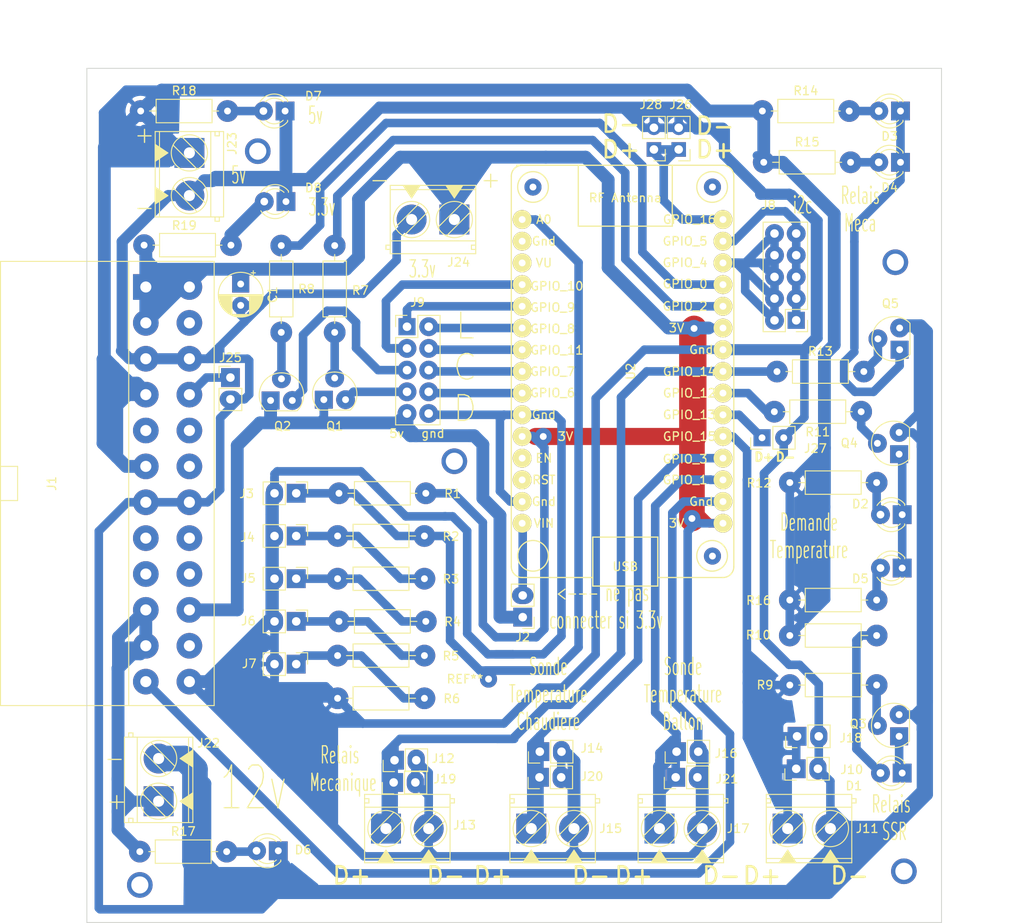
<source format=kicad_pcb>
(kicad_pcb (version 20171130) (host pcbnew "(5.1.2)-2")
  (layers (0 F.Cu signal) (31 B.Cu signal) (34 B.Paste user) (35 F.Paste user) (36 B.SilkS user) (37 F.SilkS user) (38 B.Mask user) (39 F.Mask user) (44 Edge.Cuts user))
  (net 0 "")
  (net 1 "Net-(D1-Pad1)")
  (net 2 "Net-(D1-Pad2)")
  (net 3 "Net-(D2-Pad2)")
  (net 4 "Net-(D2-Pad1)")
  (net 5 "Net-(D3-Pad2)")
  (net 6 "Net-(D3-Pad1)")
  (net 7 "Net-(D4-Pad2)")
  (net 8 +3V3)
  (net 9 GND)
  (net 10 +5V)
  (net 11 "Net-(J1-Pad5)")
  (net 12 "Net-(J1-Pad8)")
  (net 13 "Net-(J1-Pad9)")
  (net 14 +12V)
  (net 15 "Net-(J1-Pad14)")
  (net 16 "Net-(J1-Pad16)")
  (net 17 "Net-(J1-Pad17)")
  (net 18 "Net-(J1-Pad18)")
  (net 19 "Net-(J1-Pad20)")
  (net 20 "Net-(J1-Pad21)")
  (net 21 "Net-(J1-Pad23)")
  (net 22 "Net-(J3-Pad1)")
  (net 23 "Net-(J4-Pad1)")
  (net 24 "Net-(J5-Pad1)")
  (net 25 "Net-(J6-Pad1)")
  (net 26 "Net-(J7-Pad1)")
  (net 27 "Net-(J8-Pad10)")
  (net 28 "Net-(J8-Pad1)")
  (net 29 "Net-(J9-Pad2)")
  (net 30 "Net-(J9-Pad3)")
  (net 31 "Net-(J9-Pad4)")
  (net 32 "Net-(J9-Pad7)")
  (net 33 "Net-(J9-Pad8)")
  (net 34 "Net-(J9-Pad9)")
  (net 35 "Net-(J9-Pad10)")
  (net 36 "Net-(J10-Pad1)")
  (net 37 "Net-(J12-Pad1)")
  (net 38 "Net-(J14-Pad1)")
  (net 39 "Net-(J16-Pad1)")
  (net 40 "Net-(Q1-Pad2)")
  (net 41 "Net-(Q2-Pad2)")
  (net 42 "Net-(Q3-Pad2)")
  (net 43 "Net-(Q4-Pad2)")
  (net 44 "Net-(Q5-Pad2)")
  (net 45 "Net-(R7-Pad1)")
  (net 46 "Net-(R8-Pad1)")
  (net 47 "Net-(R11-Pad2)")
  (net 48 "Net-(U2-Pad2)")
  (net 49 "Net-(U2-Pad3)")
  (net 50 "Net-(U2-Pad12)")
  (net 51 "Net-(U2-Pad13)")
  (net 52 "Net-(D5-Pad2)")
  (net 53 "Net-(J2-Pad2)")
  (net 54 "Net-(J9-Pad1)")
  (net 55 "Net-(D6-Pad2)")
  (net 56 "Net-(D7-Pad2)")
  (net 57 "Net-(D8-Pad2)")
  (net 58 "Net-(J26-Pad1)")
  (net 59 "Net-(J27-Pad1)")
  (module atx:pastille (layer F.Cu) (at 95 127.5)
    (fp_text reference REF** (at -2.75 0) (layer F.SilkS))
    (fp_text value pastille)
    (pad 1 thru_hole circle (at 0 0) (size 2 2) (drill 0.8) (layers *.Cu *.Mask))
  )
  (module Capacitor_THT:CP_Radial_D5.0mm_P2.50mm (layer F.Cu) (at 66 81.25 270)
    (fp_text reference C1 (at 1.25 -3.75 90) (layer F.SilkS))
    (fp_text value CP)
    (pad 2 thru_hole circle (at 2.5 0 270) (size 2 2) (drill 0.8) (layers *.Cu *.Mask) (net 9 GND))
    (pad 1 thru_hole rect (at 0 0 270) (size 2 2) (drill 0.8) (layers *.Cu *.Mask) (net 8 +3V3))
  )
  (module Connector_PinHeader_2.54mm:PinHeader_1x02_P2.54mm_Vertical (layer F.Cu) (at 114.35 65.5 180)
    (fp_text reference J28 (at 0.35 5.25) (layer F.SilkS))
    (fp_text value Conn_01x02_Female)
    (pad 2 thru_hole oval (at 0 2.54 180) (size 1.7 1.7) (drill 1) (layers *.Cu *.Mask) (net 9 GND))
    (pad 1 thru_hole rect (at 0 0 180) (size 1.7 1.7) (drill 1) (layers *.Cu *.Mask) (net 58 "Net-(J26-Pad1)"))
  )
  (module Connector_PinHeader_2.54mm:PinHeader_1x02_P2.54mm_Vertical (layer F.Cu) (at 117.25 65.5 180)
    (fp_text reference J26 (at -0.25 5.25) (layer F.SilkS))
    (fp_text value Conn_01x02_Female)
    (pad 2 thru_hole oval (at 0 2.54 180) (size 1.7 1.7) (drill 1) (layers *.Cu *.Mask) (net 9 GND))
    (pad 1 thru_hole rect (at 0 0 180) (size 1.7 1.7) (drill 1) (layers *.Cu *.Mask) (net 58 "Net-(J26-Pad1)"))
  )
  (module Connector_PinHeader_2.54mm:PinHeader_1x02_P2.54mm_Vertical (layer F.Cu) (at 127 99.25 90)
    (fp_text reference J27 (at -1.25 6.25 180) (layer F.SilkS))
    (fp_text value Conn_01x02_Female)
    (pad 2 thru_hole circle (at 0 2.54 90) (size 2 2) (drill 0.8) (layers *.Cu *.Mask) (net 9 GND))
    (pad 1 thru_hole rect (at 0 0 90) (size 2 2) (drill 0.8) (layers *.Cu *.Mask) (net 59 "Net-(J27-Pad1)"))
  )
  (module atx:resistance (layer F.Cu) (at 54.7 76.7)
    (fp_text reference R19 (at 4.7 -2.3) (layer F.SilkS))
    (fp_text value R)
    (pad 1 thru_hole circle (at 0 0) (size 2.54 2.54) (drill 0.8) (layers *.Cu *.Mask) (net 8 +3V3))
    (pad 2 thru_hole circle (at 10.16 0) (size 2.54 2.54) (drill 0.8) (layers *.Cu *.Mask) (net 57 "Net-(D8-Pad2)"))
  )
  (module atx:resistance (layer F.Cu) (at 54.3 61)
    (fp_text reference R18 (at 5.08 -2.37) (layer F.SilkS))
    (fp_text value R)
    (pad 1 thru_hole circle (at 0 0) (size 2.54 2.54) (drill 0.8) (layers *.Cu *.Mask) (net 10 +5V))
    (pad 2 thru_hole circle (at 10.16 0) (size 2.54 2.54) (drill 0.8) (layers *.Cu *.Mask) (net 56 "Net-(D7-Pad2)"))
  )
  (module atx:resistance (layer F.Cu) (at 54.2 147.7)
    (fp_text reference R17 (at 5.08 -2.37) (layer F.SilkS))
    (fp_text value R)
    (pad 1 thru_hole circle (at 0 0) (size 2.54 2.54) (drill 0.8) (layers *.Cu *.Mask) (net 14 +12V))
    (pad 2 thru_hole circle (at 10.16 0) (size 2.54 2.54) (drill 0.8) (layers *.Cu *.Mask) (net 55 "Net-(D6-Pad2)"))
  )
  (module atx:resistance (layer F.Cu) (at 127.04 61)
    (fp_text reference R14 (at 5.08 -2.37) (layer F.SilkS))
    (fp_text value R)
    (pad 1 thru_hole circle (at 0 0) (size 2.54 2.54) (drill 0.8) (layers *.Cu *.Mask) (net 10 +5V))
    (pad 2 thru_hole circle (at 10.16 0) (size 2.54 2.54) (drill 0.8) (layers *.Cu *.Mask) (net 5 "Net-(D3-Pad2)"))
  )
  (module atx:LED_D3.0mm (layer F.Cu) (at 71.3 71.6 180)
    (fp_text reference D8 (at -3.2 1.6) (layer F.SilkS))
    (fp_text value LED)
    (pad 1 thru_hole rect (at 0 0 180) (size 2.2 2.2) (drill 0.8) (layers *.Cu *.Mask) (net 9 GND))
    (pad 2 thru_hole circle (at 2.54 0 180) (size 2.2 2.2) (drill 0.9) (layers *.Cu *.Mask) (net 57 "Net-(D8-Pad2)"))
  )
  (module atx:LED_D3.0mm (layer F.Cu) (at 71.2 61 180)
    (fp_text reference D7 (at -3.3 1.75) (layer F.SilkS))
    (fp_text value LED)
    (pad 1 thru_hole rect (at 0 0 180) (size 2.2 2.2) (drill 0.8) (layers *.Cu *.Mask) (net 9 GND))
    (pad 2 thru_hole circle (at 2.54 0 180) (size 2.2 2.2) (drill 0.9) (layers *.Cu *.Mask) (net 56 "Net-(D7-Pad2)"))
  )
  (module atx:LED_D3.0mm (layer F.Cu) (at 70.4 147.6 180)
    (fp_text reference D6 (at -2.9 0.1) (layer F.SilkS))
    (fp_text value LED)
    (pad 1 thru_hole rect (at 0 0 180) (size 2.2 2.2) (drill 0.8) (layers *.Cu *.Mask) (net 9 GND))
    (pad 2 thru_hole circle (at 2.54 0 180) (size 2.2 2.2) (drill 0.9) (layers *.Cu *.Mask) (net 55 "Net-(D6-Pad2)"))
  )
  (module atx:pastille (layer F.Cu) (at 91 102)
    (fp_text reference REF** hide)
    (fp_text value pastille)
    (pad 1 thru_hole circle (at 0 0) (size 3 3) (drill 2) (layers *.Cu *.Mask))
  )
  (module atx:pastille (layer F.Cu) (at 68 65.7)
    (fp_text reference REF** hide)
    (fp_text value pastille)
    (pad 1 thru_hole circle (at 0 0) (size 3 3) (drill 2) (layers *.Cu *.Mask))
  )
  (module atx:pastille (layer F.Cu) (at 142.6 78.7)
    (fp_text reference REF** hide)
    (fp_text value pastille)
    (pad 1 thru_hole circle (at 0 0) (size 3 3) (drill 2) (layers *.Cu *.Mask))
  )
  (module atx:pastille (layer F.Cu) (at 143.6 150)
    (fp_text reference REF** hide)
    (fp_text value pastille)
    (pad 1 thru_hole circle (at 0 0) (size 3 3) (drill 2) (layers *.Cu *.Mask))
  )
  (module atx:pastille (layer F.Cu) (at 54.2 151.6)
    (fp_text reference REF** hide)
    (fp_text value pastille)
    (pad 1 thru_hole circle (at 0 0) (size 3 3) (drill 2) (layers *.Cu *.Mask))
  )
  (module atx:pastille (layer F.Cu) (at 119.05 86.45)
    (fp_text reference " " (at -1.05 -1.45) (layer F.SilkS))
    (fp_text value pastille)
    (pad 1 thru_hole circle (at 0 0) (size 2 2) (drill 0.8) (layers *.Cu *.Mask) (net 8 +3V3))
  )
  (module atx:PinHeader_1x02_P2.54mm_Vertical (layer F.Cu) (at 64.8 92.2)
    (fp_text reference J25 (at 0 -2.33) (layer F.SilkS))
    (fp_text value Conn_01x02_Female)
    (pad 1 thru_hole rect (at 0 0) (size 2.2 2.2) (drill 1) (layers *.Cu *.Mask) (net 16 "Net-(J1-Pad16)"))
    (pad 2 thru_hole oval (at 0 2.54) (size 2.5 2) (drill 1) (layers *.Cu *.Mask) (net 9 GND))
  )
  (module atx:resistance (layer F.Cu) (at 128.75 91.5)
    (fp_text reference R13 (at 5.08 -2.37) (layer F.SilkS))
    (fp_text value R)
    (pad 1 thru_hole circle (at 0 0) (size 2.54 2.54) (drill 0.8) (layers *.Cu *.Mask) (net 37 "Net-(J12-Pad1)"))
    (pad 2 thru_hole circle (at 10.16 0) (size 2.54 2.54) (drill 0.8) (layers *.Cu *.Mask) (net 44 "Net-(Q5-Pad2)"))
  )
  (module atx:bornier_2pts_L10mm_W8mm (layer F.Cu) (at 91 73.7 180)
    (fp_text reference J24 (at -0.5 -5) (layer F.SilkS))
    (fp_text value Screw_Terminal_01x02)
    (pad 2 thru_hole circle (at 5 0 180) (size 3.5 3.5) (drill 1.3) (layers *.Cu *.Mask) (net 9 GND))
    (pad 1 thru_hole rect (at 0 0 180) (size 3.5 3.5) (drill 1.3) (layers *.Cu *.Mask) (net 8 +3V3))
  )
  (module atx:bornier_2pts_L10mm_W8mm (layer F.Cu) (at 60 65.9 270)
    (fp_text reference J23 (at -1.1 -5 90) (layer F.SilkS))
    (fp_text value Screw_Terminal_01x02)
    (pad 2 thru_hole circle (at 5 0 270) (size 3.5 3.5) (drill 1.3) (layers *.Cu *.Mask) (net 9 GND))
    (pad 1 thru_hole rect (at 0 0 270) (size 3.5 3.5) (drill 1.3) (layers *.Cu *.Mask) (net 10 +5V))
  )
  (module atx:bornier_2pts_L10mm_W8mm (layer F.Cu) (at 56.4 141.8 90)
    (fp_text reference J22 (at 6.8 5.85 180) (layer F.SilkS))
    (fp_text value Screw_Terminal_01x02)
    (pad 2 thru_hole circle (at 5 0 90) (size 3.5 3.5) (drill 1.3) (layers *.Cu *.Mask) (net 9 GND))
    (pad 1 thru_hole rect (at 0 0 90) (size 3.5 3.5) (drill 1.3) (layers *.Cu *.Mask) (net 14 +12V))
  )
  (module atx:pastille (layer F.Cu) (at 118.8 108.7)
    (fp_text reference " " (at 2.45 1.8) (layer F.SilkS))
    (fp_text value pastille)
    (pad 1 thru_hole circle (at 0 0) (size 2 2) (drill 0.8) (layers *.Cu *.Mask) (net 8 +3V3))
  )
  (module atx:PinHeader_1x02_P2.54mm_Vertical (layer F.Cu) (at 116.9 139 90)
    (fp_text reference J21 (at -0.2 6 180) (layer F.SilkS))
    (fp_text value Conn_01x02_Female)
    (pad 1 thru_hole rect (at 0 0 90) (size 2.2 2.2) (drill 1) (layers *.Cu *.Mask) (net 39 "Net-(J16-Pad1)"))
    (pad 2 thru_hole oval (at 0 2.54 90) (size 2.5 2) (drill 1) (layers *.Cu *.Mask) (net 9 GND))
  )
  (module atx:PinHeader_1x02_P2.54mm_Vertical (layer F.Cu) (at 100.96 139 90)
    (fp_text reference J20 (at 0.1 6.14 180) (layer F.SilkS))
    (fp_text value Conn_01x02_Female)
    (pad 1 thru_hole rect (at 0 0 90) (size 2.2 2.2) (drill 1) (layers *.Cu *.Mask) (net 38 "Net-(J14-Pad1)"))
    (pad 2 thru_hole oval (at 0 2.54 90) (size 2.5 2) (drill 1) (layers *.Cu *.Mask) (net 9 GND))
  )
  (module atx:PinHeader_1x02_P2.54mm_Vertical (layer F.Cu) (at 83.9 139.6 90)
    (fp_text reference J19 (at 0.4 6 180) (layer F.SilkS))
    (fp_text value Conn_01x02_Female)
    (pad 1 thru_hole rect (at 0 0 90) (size 2.2 2.2) (drill 1) (layers *.Cu *.Mask) (net 37 "Net-(J12-Pad1)"))
    (pad 2 thru_hole oval (at 0 2.54 90) (size 2.5 2) (drill 1) (layers *.Cu *.Mask) (net 9 GND))
  )
  (module atx:PinHeader_1x02_P2.54mm_Vertical (layer F.Cu) (at 131.1 134.2 90)
    (fp_text reference J18 (at -0.2 6.3 180) (layer F.SilkS))
    (fp_text value Conn_01x02_Female)
    (pad 1 thru_hole rect (at 0 0 90) (size 2.2 2.2) (drill 1) (layers *.Cu *.Mask) (net 36 "Net-(J10-Pad1)"))
    (pad 2 thru_hole oval (at 0 2.54 90) (size 2.5 2) (drill 1) (layers *.Cu *.Mask) (net 9 GND))
  )
  (module atx:PinHeader_1x02_P2.54mm_Vertical (layer F.Cu) (at 99 120.25 180)
    (fp_text reference J2 (at 0 -2.33) (layer F.SilkS))
    (fp_text value Conn_01x02_Male)
    (pad 1 thru_hole rect (at 0 0 180) (size 2.2 2.2) (drill 1) (layers *.Cu *.Mask) (net 10 +5V))
    (pad 2 thru_hole oval (at 0 2.54 180) (size 2.5 2) (drill 1) (layers *.Cu *.Mask) (net 53 "Net-(J2-Pad2)"))
  )
  (module atx:PinHeader_1x02_P2.54mm_Vertical (layer F.Cu) (at 72.5 105.75 270)
    (fp_text reference J3 (at 0.05 5.8 180) (layer F.SilkS))
    (fp_text value Conn_01x02_Female)
    (pad 1 thru_hole rect (at 0 0 270) (size 2.2 2.2) (drill 1) (layers *.Cu *.Mask) (net 22 "Net-(J3-Pad1)"))
    (pad 2 thru_hole oval (at 0 2.54 270) (size 2.5 2) (drill 1) (layers *.Cu *.Mask) (net 9 GND))
  )
  (module atx:PinHeader_1x02_P2.54mm_Vertical (layer F.Cu) (at 72.5 110.75 270)
    (fp_text reference J4 (at 0.15 5.7 180) (layer F.SilkS))
    (fp_text value Conn_01x02_Female)
    (pad 1 thru_hole rect (at 0 0 270) (size 2.2 2.2) (drill 1) (layers *.Cu *.Mask) (net 23 "Net-(J4-Pad1)"))
    (pad 2 thru_hole oval (at 0 2.54 270) (size 2.5 2) (drill 1) (layers *.Cu *.Mask) (net 9 GND))
  )
  (module atx:PinHeader_1x02_P2.54mm_Vertical (layer F.Cu) (at 72.5 115.75 270)
    (fp_text reference J5 (at -0.05 5.6 180) (layer F.SilkS))
    (fp_text value Conn_01x02_Female)
    (pad 1 thru_hole rect (at 0 0 270) (size 2.2 2.2) (drill 1) (layers *.Cu *.Mask) (net 24 "Net-(J5-Pad1)"))
    (pad 2 thru_hole oval (at 0 2.54 270) (size 2.5 2) (drill 1) (layers *.Cu *.Mask) (net 9 GND))
  )
  (module atx:PinHeader_1x02_P2.54mm_Vertical (layer F.Cu) (at 72.5 120.75 270)
    (fp_text reference J6 (at -0.05 5.6 180) (layer F.SilkS))
    (fp_text value Conn_01x02_Female)
    (pad 1 thru_hole rect (at 0 0 270) (size 2.2 2.2) (drill 1) (layers *.Cu *.Mask) (net 25 "Net-(J6-Pad1)"))
    (pad 2 thru_hole oval (at 0 2.54 270) (size 2.5 2) (drill 1) (layers *.Cu *.Mask) (net 9 GND))
  )
  (module atx:PinHeader_1x02_P2.54mm_Vertical (layer F.Cu) (at 72.5 125.75 270)
    (fp_text reference J7 (at -0.05 5.5 180) (layer F.SilkS))
    (fp_text value Conn_01x02_Female)
    (pad 1 thru_hole rect (at 0 0 270) (size 2.2 2.2) (drill 1) (layers *.Cu *.Mask) (net 26 "Net-(J7-Pad1)"))
    (pad 2 thru_hole oval (at 0 2.54 270) (size 2.5 2) (drill 1) (layers *.Cu *.Mask) (net 9 GND))
  )
  (module atx:PinHeader_1x02_P2.54mm_Vertical (layer F.Cu) (at 131 138 90)
    (fp_text reference J10 (at -0.1 6.5 180) (layer F.SilkS))
    (fp_text value Conn_01x02_Female)
    (pad 1 thru_hole rect (at 0 0 90) (size 2.2 2.2) (drill 1) (layers *.Cu *.Mask) (net 36 "Net-(J10-Pad1)"))
    (pad 2 thru_hole oval (at 0 2.54 90) (size 2.5 2) (drill 1) (layers *.Cu *.Mask) (net 9 GND))
  )
  (module atx:PinHeader_1x02_P2.54mm_Vertical (layer F.Cu) (at 84 137 90)
    (fp_text reference J12 (at 0.2 5.7 180) (layer F.SilkS))
    (fp_text value Conn_01x02_Female)
    (pad 1 thru_hole rect (at 0 0 90) (size 2.2 2.2) (drill 1) (layers *.Cu *.Mask) (net 37 "Net-(J12-Pad1)"))
    (pad 2 thru_hole oval (at 0 2.54 90) (size 2.5 2) (drill 1) (layers *.Cu *.Mask) (net 9 GND))
  )
  (module atx:PinHeader_1x02_P2.54mm_Vertical (layer F.Cu) (at 101 136 90)
    (fp_text reference J14 (at 0.4 6.1 180) (layer F.SilkS))
    (fp_text value Conn_01x02_Female)
    (pad 1 thru_hole rect (at 0 0 90) (size 2.2 2.2) (drill 1) (layers *.Cu *.Mask) (net 38 "Net-(J14-Pad1)"))
    (pad 2 thru_hole oval (at 0 2.54 90) (size 2.5 2) (drill 1) (layers *.Cu *.Mask) (net 9 GND))
  )
  (module atx:PinHeader_1x02_P2.54mm_Vertical (layer F.Cu) (at 117 136 90)
    (fp_text reference J16 (at -0.2 5.8 180) (layer F.SilkS))
    (fp_text value Conn_01x02_Female)
    (pad 1 thru_hole rect (at 0 0 90) (size 2.2 2.2) (drill 1) (layers *.Cu *.Mask) (net 39 "Net-(J16-Pad1)"))
    (pad 2 thru_hole oval (at 0 2.54 90) (size 2.5 2) (drill 1) (layers *.Cu *.Mask) (net 9 GND))
  )
  (module atx:pastille (layer F.Cu) (at 100.2 69.9)
    (fp_text reference " " (at 0 -2.54) (layer F.SilkS))
    (fp_text value pastille)
    (pad 1 thru_hole circle (at 0 0) (size 2 2) (drill 0.8) (layers *.Cu *.Mask))
  )
  (module atx:pastille (layer F.Cu) (at 101.4 99.1)
    (fp_text reference " " (at 0.6 -1.35) (layer F.SilkS))
    (fp_text value pastille)
    (pad 1 thru_hole circle (at 0 0) (size 2 2) (drill 0.8) (layers *.Cu *.Mask) (net 8 +3V3))
  )
  (module atx:pastille (layer F.Cu) (at 121.2 113.1)
    (fp_text reference " " (at 0 -2.54) (layer F.SilkS))
    (fp_text value pastille)
    (pad 1 thru_hole circle (at 0 0) (size 2 2) (drill 0.8) (layers *.Cu *.Mask))
  )
  (module atx:pastille (layer F.Cu) (at 121.2 69.9)
    (fp_text reference " " (at 0 -2.54) (layer F.SilkS))
    (fp_text value pastille)
    (pad 1 thru_hole circle (at 0 0) (size 2 2) (drill 0.8) (layers *.Cu *.Mask))
  )
  (module atx:LED_D3.0mm (layer F.Cu) (at 143.4 114.5 180)
    (fp_text reference D5 (at 4.9 -1.25) (layer F.SilkS))
    (fp_text value LED)
    (pad 1 thru_hole rect (at 0 0 180) (size 2.2 2.2) (drill 0.8) (layers *.Cu *.Mask) (net 4 "Net-(D2-Pad1)"))
    (pad 2 thru_hole circle (at 2.54 0 180) (size 2.2 2.2) (drill 0.9) (layers *.Cu *.Mask) (net 52 "Net-(D5-Pad2)"))
  )
  (module atx:LED_D3.0mm (layer F.Cu) (at 143.4 138.5 180)
    (fp_text reference D1 (at 5.65 -1.5) (layer F.SilkS))
    (fp_text value LED)
    (pad 1 thru_hole rect (at 0 0 180) (size 2.2 2.2) (drill 0.8) (layers *.Cu *.Mask) (net 1 "Net-(D1-Pad1)"))
    (pad 2 thru_hole circle (at 2.54 0 180) (size 2.2 2.2) (drill 0.9) (layers *.Cu *.Mask) (net 2 "Net-(D1-Pad2)"))
  )
  (module atx:LED_D3.0mm (layer F.Cu) (at 143.4 108.25 180)
    (fp_text reference D2 (at 4.9 1.25) (layer F.SilkS))
    (fp_text value LED)
    (pad 1 thru_hole rect (at 0 0 180) (size 2.2 2.2) (drill 0.8) (layers *.Cu *.Mask) (net 4 "Net-(D2-Pad1)"))
    (pad 2 thru_hole circle (at 2.54 0 180) (size 2.2 2.2) (drill 0.9) (layers *.Cu *.Mask) (net 3 "Net-(D2-Pad2)"))
  )
  (module atx:LED_D3.0mm (layer F.Cu) (at 143.2 61 180)
    (fp_text reference D3 (at 1.27 -2.96) (layer F.SilkS))
    (fp_text value LED)
    (pad 1 thru_hole rect (at 0 0 180) (size 2.2 2.2) (drill 0.8) (layers *.Cu *.Mask) (net 6 "Net-(D3-Pad1)"))
    (pad 2 thru_hole circle (at 2.54 0 180) (size 2.2 2.2) (drill 0.9) (layers *.Cu *.Mask) (net 5 "Net-(D3-Pad2)"))
  )
  (module atx:LED_D3.0mm (layer F.Cu) (at 143.2 67 180)
    (fp_text reference D4 (at 1.27 -2.96) (layer F.SilkS))
    (fp_text value LED)
    (pad 1 thru_hole rect (at 0 0 180) (size 2.2 2.2) (drill 0.8) (layers *.Cu *.Mask) (net 6 "Net-(D3-Pad1)"))
    (pad 2 thru_hole circle (at 2.54 0 180) (size 2.2 2.2) (drill 0.9) (layers *.Cu *.Mask) (net 7 "Net-(D4-Pad2)"))
  )
  (module atx:resistance (layer F.Cu) (at 70.75 76.75 270)
    (fp_text reference R8 (at 5.08 -2.95 180) (layer F.SilkS))
    (fp_text value R)
    (pad 1 thru_hole circle (at 0 0 270) (size 2.54 2.54) (drill 0.8) (layers *.Cu *.Mask) (net 46 "Net-(R8-Pad1)"))
    (pad 2 thru_hole circle (at 10.16 0 270) (size 2.54 2.54) (drill 0.8) (layers *.Cu *.Mask) (net 41 "Net-(Q2-Pad2)"))
  )
  (module atx:resistance (layer F.Cu) (at 130.25 118.25)
    (fp_text reference R16 (at -3.65 0.05) (layer F.SilkS))
    (fp_text value R)
    (pad 1 thru_hole circle (at 0 0) (size 2.54 2.54) (drill 0.8) (layers *.Cu *.Mask) (net 10 +5V))
    (pad 2 thru_hole circle (at 10.16 0) (size 2.54 2.54) (drill 0.8) (layers *.Cu *.Mask) (net 52 "Net-(D5-Pad2)"))
  )
  (module atx:resistance (layer F.Cu) (at 87.66 105.75 180)
    (fp_text reference R1 (at -3.14 -0.05) (layer F.SilkS))
    (fp_text value R)
    (pad 1 thru_hole circle (at 0 0 180) (size 2.54 2.54) (drill 0.8) (layers *.Cu *.Mask) (net 8 +3V3))
    (pad 2 thru_hole circle (at 10.16 0 180) (size 2.54 2.54) (drill 0.8) (layers *.Cu *.Mask) (net 22 "Net-(J3-Pad1)"))
  )
  (module atx:resistance (layer F.Cu) (at 77.34 110.75)
    (fp_text reference R2 (at 13.26 0.05) (layer F.SilkS))
    (fp_text value R)
    (pad 1 thru_hole circle (at 0 0) (size 2.54 2.54) (drill 0.8) (layers *.Cu *.Mask) (net 23 "Net-(J4-Pad1)"))
    (pad 2 thru_hole circle (at 10.16 0) (size 2.54 2.54) (drill 0.8) (layers *.Cu *.Mask) (net 22 "Net-(J3-Pad1)"))
  )
  (module atx:resistance (layer F.Cu) (at 77.34 115.75)
    (fp_text reference R3 (at 13.26 0.05) (layer F.SilkS))
    (fp_text value R)
    (pad 1 thru_hole circle (at 0 0) (size 2.54 2.54) (drill 0.8) (layers *.Cu *.Mask) (net 24 "Net-(J5-Pad1)"))
    (pad 2 thru_hole circle (at 10.16 0) (size 2.54 2.54) (drill 0.8) (layers *.Cu *.Mask) (net 23 "Net-(J4-Pad1)"))
  )
  (module atx:resistance (layer F.Cu) (at 77.5 120.75)
    (fp_text reference R4 (at 13.3 0.05) (layer F.SilkS))
    (fp_text value R)
    (pad 1 thru_hole circle (at 0 0) (size 2.54 2.54) (drill 0.8) (layers *.Cu *.Mask) (net 25 "Net-(J6-Pad1)"))
    (pad 2 thru_hole circle (at 10.16 0) (size 2.54 2.54) (drill 0.8) (layers *.Cu *.Mask) (net 24 "Net-(J5-Pad1)"))
  )
  (module atx:resistance (layer F.Cu) (at 77.34 124.75)
    (fp_text reference R5 (at 13.26 0.05) (layer F.SilkS))
    (fp_text value R)
    (pad 1 thru_hole circle (at 0 0) (size 2.54 2.54) (drill 0.8) (layers *.Cu *.Mask) (net 26 "Net-(J7-Pad1)"))
    (pad 2 thru_hole circle (at 10.16 0) (size 2.54 2.54) (drill 0.8) (layers *.Cu *.Mask) (net 25 "Net-(J6-Pad1)"))
  )
  (module atx:resistance (layer F.Cu) (at 77.34 129.75)
    (fp_text reference R6 (at 13.36 0.05) (layer F.SilkS))
    (fp_text value R)
    (pad 1 thru_hole circle (at 0 0) (size 2.54 2.54) (drill 0.8) (layers *.Cu *.Mask) (net 9 GND))
    (pad 2 thru_hole circle (at 10.16 0) (size 2.54 2.54) (drill 0.8) (layers *.Cu *.Mask) (net 26 "Net-(J7-Pad1)"))
  )
  (module atx:resistance (layer F.Cu) (at 77 76.75 270)
    (fp_text reference R7 (at 5.25 -3 180) (layer F.SilkS))
    (fp_text value R)
    (pad 1 thru_hole circle (at 0 0 270) (size 2.54 2.54) (drill 0.8) (layers *.Cu *.Mask) (net 45 "Net-(R7-Pad1)"))
    (pad 2 thru_hole circle (at 10.16 0 270) (size 2.54 2.54) (drill 0.8) (layers *.Cu *.Mask) (net 40 "Net-(Q1-Pad2)"))
  )
  (module atx:resistance (layer F.Cu) (at 130.25 128.2)
    (fp_text reference R9 (at -2.9 0) (layer F.SilkS))
    (fp_text value R)
    (pad 1 thru_hole circle (at 0 0) (size 2.54 2.54) (drill 0.8) (layers *.Cu *.Mask) (net 36 "Net-(J10-Pad1)"))
    (pad 2 thru_hole circle (at 10.16 0) (size 2.54 2.54) (drill 0.8) (layers *.Cu *.Mask) (net 42 "Net-(Q3-Pad2)"))
  )
  (module atx:resistance (layer F.Cu) (at 130.25 122.4)
    (fp_text reference R10 (at -3.69 -0.05) (layer F.SilkS))
    (fp_text value R)
    (pad 1 thru_hole circle (at 0 0) (size 2.54 2.54) (drill 0.8) (layers *.Cu *.Mask) (net 10 +5V))
    (pad 2 thru_hole circle (at 10.16 0) (size 2.54 2.54) (drill 0.8) (layers *.Cu *.Mask) (net 2 "Net-(D1-Pad2)"))
  )
  (module atx:resistance (layer F.Cu) (at 138.6 96.2 180)
    (fp_text reference R11 (at 5.08 -2.37) (layer F.SilkS))
    (fp_text value R)
    (pad 1 thru_hole circle (at 0 0 180) (size 2.54 2.54) (drill 0.8) (layers *.Cu *.Mask) (net 43 "Net-(Q4-Pad2)"))
    (pad 2 thru_hole circle (at 10.16 0 180) (size 2.54 2.54) (drill 0.8) (layers *.Cu *.Mask) (net 47 "Net-(R11-Pad2)"))
  )
  (module atx:resistance (layer F.Cu) (at 130.25 104.5)
    (fp_text reference R12 (at -3.59 0.05) (layer F.SilkS))
    (fp_text value R)
    (pad 1 thru_hole circle (at 0 0) (size 2.54 2.54) (drill 0.8) (layers *.Cu *.Mask) (net 10 +5V))
    (pad 2 thru_hole circle (at 10.16 0) (size 2.54 2.54) (drill 0.8) (layers *.Cu *.Mask) (net 3 "Net-(D2-Pad2)"))
  )
  (module atx:resistance (layer F.Cu) (at 127.2 67)
    (fp_text reference R15 (at 5.08 -2.37) (layer F.SilkS))
    (fp_text value R)
    (pad 1 thru_hole circle (at 0 0) (size 2.54 2.54) (drill 0.8) (layers *.Cu *.Mask) (net 10 +5V))
    (pad 2 thru_hole circle (at 10.16 0) (size 2.54 2.54) (drill 0.8) (layers *.Cu *.Mask) (net 7 "Net-(D4-Pad2)"))
  )
  (module atx:TO-92_Inline-fred-2 (layer F.Cu) (at 69.5 94.25)
    (fp_text reference Q2 (at 1.4 3.65) (layer F.SilkS))
    (fp_text value BC548)
    (pad 2 thru_hole circle (at 1.27 -1.905) (size 2.2 2.2) (drill 0.8) (layers *.Cu *.Mask) (net 41 "Net-(Q2-Pad2)"))
    (pad 3 thru_hole circle (at 2.54 0.635) (size 2.2 2.2) (drill 0.8) (layers *.Cu *.Mask) (net 30 "Net-(J9-Pad3)"))
    (pad 1 thru_hole rect (at 0 0.635) (size 2.1 2.1) (drill 0.8) (layers *.Cu *.Mask) (net 10 +5V))
  )
  (module atx:TO-92_Inline-fred-2 (layer F.Cu) (at 75.73 94.155)
    (fp_text reference Q1 (at 1.27 3.745) (layer F.SilkS))
    (fp_text value BC548)
    (pad 2 thru_hole circle (at 1.27 -1.905) (size 2.2 2.2) (drill 0.8) (layers *.Cu *.Mask) (net 40 "Net-(Q1-Pad2)"))
    (pad 3 thru_hole circle (at 2.54 0.635) (size 2.2 2.2) (drill 0.8) (layers *.Cu *.Mask) (net 31 "Net-(J9-Pad4)"))
    (pad 1 thru_hole rect (at 0 0.635) (size 2.1 2.1) (drill 0.8) (layers *.Cu *.Mask) (net 10 +5V))
  )
  (module atx:TO-92_Inline-fred-2 (layer F.Cu) (at 142.405 134.2 90)
    (fp_text reference Q3 (at 1.45 -4.155 180) (layer F.SilkS))
    (fp_text value BC548)
    (pad 2 thru_hole circle (at 1.27 -1.905 90) (size 2.2 2.2) (drill 0.8) (layers *.Cu *.Mask) (net 42 "Net-(Q3-Pad2)"))
    (pad 3 thru_hole circle (at 2.54 0.635 90) (size 2.2 2.2) (drill 0.8) (layers *.Cu *.Mask) (net 9 GND))
    (pad 1 thru_hole rect (at 0 0.635 90) (size 2.1 2.1) (drill 0.8) (layers *.Cu *.Mask) (net 1 "Net-(D1-Pad1)"))
  )
  (module atx:TO-92_Inline-fred-2 (layer F.Cu) (at 142.405 101.17 90)
    (fp_text reference Q4 (at 1.3 -5.2 180) (layer F.SilkS))
    (fp_text value BC548)
    (pad 2 thru_hole circle (at 1.27 -1.905 90) (size 2.2 2.2) (drill 0.8) (layers *.Cu *.Mask) (net 43 "Net-(Q4-Pad2)"))
    (pad 3 thru_hole circle (at 2.54 0.635 90) (size 2.2 2.2) (drill 0.8) (layers *.Cu *.Mask) (net 9 GND))
    (pad 1 thru_hole rect (at 0 0.635 90) (size 2.1 2.1) (drill 0.8) (layers *.Cu *.Mask) (net 4 "Net-(D2-Pad1)"))
  )
  (module atx:TO-92_Inline-fred-2 (layer F.Cu) (at 142.465 88.94 90)
    (fp_text reference Q5 (at 5.4 -0.45 180) (layer F.SilkS))
    (fp_text value BC548)
    (pad 2 thru_hole circle (at 1.27 -1.905 90) (size 2.2 2.2) (drill 0.8) (layers *.Cu *.Mask) (net 44 "Net-(Q5-Pad2)"))
    (pad 3 thru_hole circle (at 2.54 0.635 90) (size 2.2 2.2) (drill 0.8) (layers *.Cu *.Mask) (net 9 GND))
    (pad 1 thru_hole rect (at 0 0.635 90) (size 2.1 2.1) (drill 0.8) (layers *.Cu *.Mask) (net 6 "Net-(D3-Pad1)"))
  )
  (module atx:PinHeader_2x05_P2.54mm_Vertical-fred (layer F.Cu) (at 85.46 86.25)
    (fp_text reference J9 (at 1.24 -2.85 180) (layer F.SilkS))
    (fp_text value Conn_02x05_Top_Bottom)
    (pad 6 thru_hole circle (at 2.54 10.16) (size 2.2 2.2) (drill 1) (layers *.Cu *.Mask) (net 9 GND))
    (pad 5 thru_hole circle (at 0 10.16) (size 2.2 2.2) (drill 1) (layers *.Cu *.Mask) (net 10 +5V))
    (pad 7 thru_hole circle (at 2.54 7.62) (size 2.2 2.2) (drill 1) (layers *.Cu *.Mask) (net 32 "Net-(J9-Pad7)"))
    (pad 4 thru_hole circle (at 0 7.62) (size 2.2 2.2) (drill 1) (layers *.Cu *.Mask) (net 31 "Net-(J9-Pad4)"))
    (pad 8 thru_hole circle (at 2.54 5.08) (size 2.2 2.2) (drill 1) (layers *.Cu *.Mask) (net 33 "Net-(J9-Pad8)"))
    (pad 3 thru_hole circle (at 0 5.08) (size 2.2 2.2) (drill 1) (layers *.Cu *.Mask) (net 30 "Net-(J9-Pad3)"))
    (pad 9 thru_hole circle (at 2.54 2.54) (size 2.2 2.2) (drill 1) (layers *.Cu *.Mask) (net 34 "Net-(J9-Pad9)"))
    (pad 2 thru_hole circle (at 0 2.54) (size 2.2 2.2) (drill 1) (layers *.Cu *.Mask) (net 29 "Net-(J9-Pad2)"))
    (pad 10 thru_hole circle (at 2.54 0) (size 2.2 2.2) (drill 1) (layers *.Cu *.Mask) (net 35 "Net-(J9-Pad10)"))
    (pad 1 thru_hole rect (at 0 0 180) (size 2 2) (drill 1) (layers *.Cu *.Mask) (net 54 "Net-(J9-Pad1)"))
  )
  (module atx:PinHeader_2x05_P2.54mm_Vertical-fred (layer F.Cu) (at 131 85.5 180)
    (fp_text reference J8 (at 3.25 13.5) (layer F.SilkS))
    (fp_text value Conn_02x05_Counter_Clockwise)
    (pad 6 thru_hole circle (at 2.54 10.16 180) (size 2.2 2.2) (drill 1) (layers *.Cu *.Mask) (net 27 "Net-(J8-Pad10)"))
    (pad 5 thru_hole circle (at 0 10.16 180) (size 2.2 2.2) (drill 1) (layers *.Cu *.Mask) (net 28 "Net-(J8-Pad1)"))
    (pad 7 thru_hole circle (at 2.54 7.62 180) (size 2.2 2.2) (drill 1) (layers *.Cu *.Mask) (net 27 "Net-(J8-Pad10)"))
    (pad 4 thru_hole circle (at 0 7.62 180) (size 2.2 2.2) (drill 1) (layers *.Cu *.Mask) (net 28 "Net-(J8-Pad1)"))
    (pad 8 thru_hole circle (at 2.54 5.08 180) (size 2.2 2.2) (drill 1) (layers *.Cu *.Mask) (net 27 "Net-(J8-Pad10)"))
    (pad 3 thru_hole circle (at 0 5.08 180) (size 2.2 2.2) (drill 1) (layers *.Cu *.Mask) (net 28 "Net-(J8-Pad1)"))
    (pad 9 thru_hole circle (at 2.54 2.54 180) (size 2.2 2.2) (drill 1) (layers *.Cu *.Mask) (net 27 "Net-(J8-Pad10)"))
    (pad 2 thru_hole circle (at 0 2.54 180) (size 2.2 2.2) (drill 1) (layers *.Cu *.Mask) (net 28 "Net-(J8-Pad1)"))
    (pad 10 thru_hole circle (at 2.54 0 180) (size 2.2 2.2) (drill 1) (layers *.Cu *.Mask) (net 27 "Net-(J8-Pad10)"))
    (pad 1 thru_hole rect (at 0 0) (size 2 2) (drill 1) (layers *.Cu *.Mask) (net 28 "Net-(J8-Pad1)"))
  )
  (module atx:atx_couder (layer F.Cu) (at 54.9 81.6 270)
    (fp_text reference J1 (at 23 11 90) (layer F.SilkS))
    (fp_text value Conn_02x12_Top_Bottom)
    (pad 1 thru_hole rect (at 0 0 270) (size 3 3) (drill 1.3) (layers *.Cu *.Mask) (net 8 +3V3))
    (pad 2 thru_hole circle (at 4.2 0 270) (size 3 3) (drill 1.3) (layers *.Cu *.Mask) (net 8 +3V3))
    (pad 3 thru_hole circle (at 8.4 0 270) (size 3 3) (drill 1.3) (layers *.Cu *.Mask) (net 9 GND))
    (pad 4 thru_hole circle (at 12.6 0 270) (size 3 3) (drill 1.3) (layers *.Cu *.Mask) (net 10 +5V))
    (pad 5 thru_hole circle (at 16.8 0 270) (size 3 3) (drill 1.3) (layers *.Cu *.Mask) (net 11 "Net-(J1-Pad5)"))
    (pad 6 thru_hole circle (at 21 0 270) (size 3 3) (drill 1.3) (layers *.Cu *.Mask) (net 10 +5V))
    (pad 7 thru_hole circle (at 25.2 0 270) (size 3 3) (drill 1.3) (layers *.Cu *.Mask) (net 9 GND))
    (pad 8 thru_hole circle (at 29.4 0 270) (size 3 3) (drill 1.3) (layers *.Cu *.Mask) (net 12 "Net-(J1-Pad8)"))
    (pad 9 thru_hole circle (at 33.6 0 270) (size 3 3) (drill 1.3) (layers *.Cu *.Mask) (net 13 "Net-(J1-Pad9)"))
    (pad 10 thru_hole circle (at 37.8 0 270) (size 3 3) (drill 1.3) (layers *.Cu *.Mask) (net 14 +12V))
    (pad 11 thru_hole circle (at 42 0 270) (size 3 3) (drill 1.3) (layers *.Cu *.Mask) (net 14 +12V))
    (pad 12 thru_hole circle (at 46.2 0 270) (size 3 3) (drill 1.3) (layers *.Cu *.Mask) (net 8 +3V3))
    (pad 13 thru_hole circle (at 0 -5.1 270) (size 3 3) (drill 1.3) (layers *.Cu *.Mask) (net 8 +3V3))
    (pad 14 thru_hole circle (at 4.2 -5.1 270) (size 3 3) (drill 1.3) (layers *.Cu *.Mask) (net 15 "Net-(J1-Pad14)"))
    (pad 15 thru_hole circle (at 8.4 -5.1 270) (size 3 3) (drill 1.3) (layers *.Cu *.Mask) (net 9 GND))
    (pad 16 thru_hole circle (at 12.6 -5.1 270) (size 3 3) (drill 1.3) (layers *.Cu *.Mask) (net 16 "Net-(J1-Pad16)"))
    (pad 17 thru_hole circle (at 16.8 -5.1 270) (size 3 3) (drill 1.3) (layers *.Cu *.Mask) (net 17 "Net-(J1-Pad17)"))
    (pad 18 thru_hole circle (at 21 -5.1 270) (size 3 3) (drill 1.3) (layers *.Cu *.Mask) (net 18 "Net-(J1-Pad18)"))
    (pad 19 thru_hole circle (at 25.2 -5.1 270) (size 3 3) (drill 1.3) (layers *.Cu *.Mask) (net 9 GND))
    (pad 20 thru_hole circle (at 29.4 -5.1 270) (size 3 3) (drill 1.3) (layers *.Cu *.Mask) (net 19 "Net-(J1-Pad20)"))
    (pad 21 thru_hole circle (at 33.6 -5.1 270) (size 3 3) (drill 1.3) (layers *.Cu *.Mask) (net 20 "Net-(J1-Pad21)"))
    (pad 22 thru_hole circle (at 37.8 -5.1 270) (size 3 3) (drill 1.3) (layers *.Cu *.Mask) (net 10 +5V))
    (pad 23 thru_hole circle (at 42 -5.1 270) (size 3 3) (drill 1.3) (layers *.Cu *.Mask) (net 21 "Net-(J1-Pad23)"))
    (pad 24 thru_hole circle (at 46.2 -5.1 270) (size 3 3) (drill 1.3) (layers *.Cu *.Mask) (net 9 GND))
  )
  (module atx:bornier_2pts_L10mm_W8mm (layer F.Cu) (at 130 145)
    (fp_text reference J11 (at 9.3 0) (layer F.SilkS))
    (fp_text value Screw_Terminal_01x02)
    (pad 1 thru_hole rect (at 0 0) (size 3.5 3.5) (drill 1.3) (layers *.Cu *.Mask) (net 36 "Net-(J10-Pad1)"))
    (pad 2 thru_hole circle (at 5 0) (size 3.5 3.5) (drill 1.3) (layers *.Cu *.Mask) (net 9 GND))
  )
  (module atx:bornier_2pts_L10mm_W8mm (layer F.Cu) (at 83 145)
    (fp_text reference J13 (at 9.2 -0.4) (layer F.SilkS))
    (fp_text value Screw_Terminal_01x02)
    (pad 2 thru_hole circle (at 5 0) (size 3.5 3.5) (drill 1.3) (layers *.Cu *.Mask) (net 9 GND))
    (pad 1 thru_hole rect (at 0 0) (size 3.5 3.5) (drill 1.3) (layers *.Cu *.Mask) (net 37 "Net-(J12-Pad1)"))
  )
  (module atx:bornier_2pts_L10mm_W8mm (layer F.Cu) (at 100 145)
    (fp_text reference J15 (at 9.3 0 180) (layer F.SilkS))
    (fp_text value Screw_Terminal_01x02)
    (pad 2 thru_hole circle (at 5 0) (size 3.5 3.5) (drill 1.3) (layers *.Cu *.Mask) (net 9 GND))
    (pad 1 thru_hole rect (at 0 0) (size 3.5 3.5) (drill 1.3) (layers *.Cu *.Mask) (net 38 "Net-(J14-Pad1)"))
  )
  (module atx:bornier_2pts_L10mm_W8mm (layer F.Cu) (at 115 145)
    (fp_text reference J17 (at 9.2 0) (layer F.SilkS))
    (fp_text value Screw_Terminal_01x02)
    (pad 1 thru_hole rect (at 0 0) (size 3.5 3.5) (drill 1.3) (layers *.Cu *.Mask) (net 39 "Net-(J16-Pad1)"))
    (pad 2 thru_hole circle (at 5 0) (size 3.5 3.5) (drill 1.3) (layers *.Cu *.Mask) (net 9 GND))
  )
  (module atx:ESP12F-Devkit-V3-fred-GPIO (layer F.Cu) (at 111 92.75)
    (fp_text reference U2 (at 0.635 -1.27 90) (layer F.SilkS))
    (fp_text value ESP8266EX-NODEMCU-FRED-chaudier)
    (fp_text user GPIO_16 (at 7.5 -19.05) (layer F.SilkS))
    (fp_text user GPIO_5 (at 7 -16.51) (layer F.SilkS))
    (fp_text user GPIO_4 (at 7 -14) (layer F.SilkS))
    (fp_text user GPIO_0 (at 7 -11.5) (layer F.SilkS))
    (fp_text user GPIO_2 (at 7 -8.89) (layer F.SilkS))
    (fp_text user 3V (at 6 -6.35) (layer F.SilkS))
    (fp_text user Gnd (at 8.89 -3.81) (layer F.SilkS))
    (fp_text user GPIO_14 (at 7.5 -1.25) (layer F.SilkS))
    (fp_text user GPIO_12 (at 7.5 1.27) (layer F.SilkS))
    (fp_text user GPIO_13 (at 7.5 3.81) (layer F.SilkS))
    (fp_text user GPIO_15 (at 7.5 6.35) (layer F.SilkS))
    (fp_text user GPIO_3 (at 7 9) (layer F.SilkS))
    (fp_text user GPIO_1 (at 7 11.43) (layer F.SilkS))
    (fp_text user Gnd (at 8.89 13.97) (layer F.SilkS))
    (fp_text user 3V (at 6 16.51) (layer F.SilkS))
    (fp_text user A0 (at -9.525 -19.05) (layer F.SilkS))
    (fp_text user Gnd (at -9.525 -16.51) (layer F.SilkS))
    (fp_text user VU (at -9.525 -13.97) (layer F.SilkS))
    (fp_text user GPIO_10 (at -8 -11.25) (layer F.SilkS))
    (fp_text user GPIO_9 (at -8.5 -8.75) (layer F.SilkS))
    (fp_text user GPIO_8 (at -8.5 -6.25) (layer F.SilkS))
    (fp_text user GPIO_11 (at -8 -3.75) (layer F.SilkS))
    (fp_text user GPIO_7 (at -8.5 -1.25) (layer F.SilkS))
    (fp_text user GPIO_6 (at -8.5 1.25) (layer F.SilkS))
    (fp_text user Gnd (at -9.525 3.81) (layer F.SilkS))
    (fp_text user 3V (at -7 6.35) (layer F.SilkS))
    (fp_text user EN (at -9.525 8.89) (layer F.SilkS))
    (fp_text user RST (at -9.525 11.43) (layer F.SilkS))
    (fp_text user Gnd (at -9.525 13.97) (layer F.SilkS))
    (fp_text user VIN (at -9.525 16.51) (layer F.SilkS))
    (fp_text user "RF Antenna" (at 0 -21.59) (layer F.SilkS))
    (fp_text user USB (at 0 21.59) (layer F.SilkS))
    (pad 30 thru_hole circle (at 11.43 -19.05) (size 2.2 2.2) (drill 0.8) (layers *.Cu *.Mask F.SilkS) (net 58 "Net-(J26-Pad1)"))
    (pad 29 thru_hole circle (at 11.43 -16.51) (size 2.2 2.2) (drill 0.8) (layers *.Cu *.Mask F.SilkS) (net 28 "Net-(J8-Pad1)"))
    (pad 28 thru_hole circle (at 11.43 -13.97) (size 2.2 2.2) (drill 0.8) (layers *.Cu *.Mask F.SilkS) (net 27 "Net-(J8-Pad10)"))
    (pad 27 thru_hole circle (at 11.43 -11.43) (size 2.2 2.2) (drill 0.8) (layers *.Cu *.Mask F.SilkS) (net 46 "Net-(R8-Pad1)"))
    (pad 26 thru_hole circle (at 11.43 -8.89) (size 2.2 2.2) (drill 0.8) (layers *.Cu *.Mask F.SilkS) (net 45 "Net-(R7-Pad1)"))
    (pad 25 thru_hole circle (at 11.43 -6.35) (size 2.2 2.2) (drill 0.8) (layers *.Cu *.Mask F.SilkS) (net 8 +3V3))
    (pad 24 thru_hole circle (at 11.43 -3.81) (size 2.2 2.2) (drill 0.8) (layers *.Cu *.Mask F.SilkS) (net 9 GND))
    (pad 23 thru_hole circle (at 11.43 -1.27) (size 2.2 2.2) (drill 0.8) (layers *.Cu *.Mask F.SilkS) (net 37 "Net-(J12-Pad1)"))
    (pad 22 thru_hole circle (at 11.43 1.27) (size 2.2 2.2) (drill 0.8) (layers *.Cu *.Mask F.SilkS) (net 47 "Net-(R11-Pad2)"))
    (pad 21 thru_hole circle (at 11.43 3.81) (size 2.2 2.2) (drill 0.8) (layers *.Cu *.Mask F.SilkS) (net 59 "Net-(J27-Pad1)"))
    (pad 20 thru_hole circle (at 11.43 6.35) (size 2.2 2.2) (drill 0.8) (layers *.Cu *.Mask F.SilkS) (net 36 "Net-(J10-Pad1)"))
    (pad 19 thru_hole circle (at 11.43 8.89) (size 2.2 2.2) (drill 0.8) (layers *.Cu *.Mask F.SilkS) (net 38 "Net-(J14-Pad1)"))
    (pad 18 thru_hole circle (at 11.43 11.43) (size 2.2 2.2) (drill 0.8) (layers *.Cu *.Mask F.SilkS) (net 39 "Net-(J16-Pad1)"))
    (pad 17 thru_hole circle (at 11.43 13.97) (size 2.2 2.2) (drill 0.8) (layers *.Cu *.Mask F.SilkS) (net 9 GND))
    (pad 16 thru_hole circle (at 11.43 16.51) (size 2.2 2.2) (drill 0.8) (layers *.Cu *.Mask F.SilkS) (net 8 +3V3))
    (pad 15 thru_hole circle (at -12.065 16.51) (size 2.2 2.2) (drill 0.8) (layers *.Cu *.Mask F.SilkS) (net 53 "Net-(J2-Pad2)"))
    (pad 14 thru_hole circle (at -12.065 13.97) (size 2.2 2.2) (drill 0.8) (layers *.Cu *.Mask F.SilkS) (net 9 GND))
    (pad 13 thru_hole circle (at -12.065 11.43) (size 2.2 2.2) (drill 0.8) (layers *.Cu *.Mask F.SilkS) (net 51 "Net-(U2-Pad13)"))
    (pad 12 thru_hole circle (at -12.065 8.89) (size 2.2 2.2) (drill 0.8) (layers *.Cu *.Mask F.SilkS) (net 50 "Net-(U2-Pad12)"))
    (pad 11 thru_hole circle (at -12.065 6.35) (size 2.2 2.2) (drill 0.8) (layers *.Cu *.Mask F.SilkS) (net 8 +3V3))
    (pad 10 thru_hole circle (at -12.065 3.81) (size 2.2 2.2) (drill 0.8) (layers *.Cu *.Mask F.SilkS) (net 9 GND))
    (pad 9 thru_hole circle (at -12.065 1.27) (size 2.2 2.2) (drill 0.8) (layers *.Cu *.Mask F.SilkS) (net 32 "Net-(J9-Pad7)"))
    (pad 8 thru_hole circle (at -12.065 -1.27) (size 2.2 2.2) (drill 0.8) (layers *.Cu *.Mask F.SilkS) (net 33 "Net-(J9-Pad8)"))
    (pad 7 thru_hole circle (at -12.065 -3.81) (size 2.2 2.2) (drill 0.8) (layers *.Cu *.Mask F.SilkS) (net 34 "Net-(J9-Pad9)"))
    (pad 6 thru_hole circle (at -12.065 -6.35) (size 2.2 2.2) (drill 0.8) (layers *.Cu *.Mask F.SilkS) (net 35 "Net-(J9-Pad10)"))
    (pad 5 thru_hole circle (at -12.065 -8.89) (size 2.2 2.2) (drill 0.8) (layers *.Cu *.Mask F.SilkS) (net 54 "Net-(J9-Pad1)"))
    (pad 4 thru_hole circle (at -12.065 -11.43) (size 2.2 2.2) (drill 0.8) (layers *.Cu *.Mask F.SilkS) (net 29 "Net-(J9-Pad2)"))
    (pad 3 thru_hole circle (at -12.065 -13.97) (size 2.2 2.2) (drill 0.8) (layers *.Cu *.Mask F.SilkS) (net 49 "Net-(U2-Pad3)"))
    (pad 2 thru_hole circle (at -12.065 -16.51) (size 2.2 2.2) (drill 0.8) (layers *.Cu *.Mask F.SilkS) (net 48 "Net-(U2-Pad2)"))
    (pad 1 thru_hole circle (at -12.065 -19.05) (size 2.2 2.2) (drill 0.8) (layers *.Cu *.Mask F.SilkS) (net 22 "Net-(J3-Pad1)"))
  )
  (gr_text D+ (at 127.25 101.5) (layer F.SilkS) (effects (font (size 1 1) (thickness 0.25))))
  (gr_text D- (at 129.75 101.5) (layer F.SilkS) (effects (font (size 1 1) (thickness 0.25))))
  (gr_text D- (at 110.5 62.5) (layer F.SilkS) (effects (font (size 2 2) (thickness 0.3))))
  (gr_text D- (at 121.5 62.75) (layer F.SilkS) (effects (font (size 2 2) (thickness 0.3))))
  (gr_text D+ (at 121.5 65.5) (layer F.SilkS) (effects (font (size 2 2) (thickness 0.3))))
  (gr_text D+ (at 110.5 65.5) (layer F.SilkS) (effects (font (size 2 2) (thickness 0.3))))
  (gr_text D- (at 137.25 150.5) (layer F.SilkS) (effects (font (size 2 2) (thickness 0.3))))
  (gr_text D- (at 107 150.5) (layer F.SilkS) (effects (font (size 2 2) (thickness 0.3))))
  (gr_text D- (at 122.25 150.5) (layer F.SilkS) (effects (font (size 2 2) (thickness 0.3))))
  (gr_text D- (at 90 150.5) (layer F.SilkS) (effects (font (size 2 2) (thickness 0.3))))
  (gr_text D+ (at 127 150.5) (layer F.SilkS) (effects (font (size 2 2) (thickness 0.3))))
  (gr_text D+ (at 112 150.5) (layer F.SilkS) (effects (font (size 2 2) (thickness 0.3))))
  (gr_text D+ (at 95.5 150.5) (layer F.SilkS) (effects (font (size 2 2) (thickness 0.3))))
  (gr_text D+ (at 79 150.5) (layer F.SilkS) (effects (font (size 2 2) (thickness 0.3))))
  (gr_text - (at 51.25 136.75) (layer F.SilkS) (effects (font (size 2 2))))
  (gr_text - (at 82.25 69) (layer F.SilkS) (effects (font (size 2 2))))
  (gr_text - (at 54.75 72.25) (layer F.SilkS) (effects (font (size 2 2))))
  (gr_text + (at 51.5 141.75) (layer F.SilkS) (effects (font (size 2 2))))
  (gr_text + (at 54.75 63.75) (layer F.SilkS) (effects (font (size 2 2))))
  (gr_text + (at 95.25 69) (layer F.SilkS) (effects (font (size 2 2))))
  (gr_text i2c (at 131.75 72) (layer F.SilkS) (effects (font (size 2 1))))
  (gr_text "L\nC\nD" (at 92.25 91) (layer F.SilkS) (effects (font (size 3 3))))
  (gr_text gnd (at 88.5 98.75) (layer F.SilkS) (effects (font (size 1 1))))
  (gr_text 5v (at 84.25 98.75) (layer F.SilkS) (effects (font (size 1 1))))
  (gr_text "<--- ne pas \nconnecter si 3.3v" (at 108.75 119) (layer F.SilkS) (effects (font (size 2 1))))
  (gr_text "Sonde\nTemperature\nBallon" (at 117.75 129.25) (layer F.SilkS) (effects (font (size 2 1))))
  (gr_text "Sonde\nTemperature\nChaudiere" (at 102 129.25) (layer F.SilkS) (effects (font (size 2 1))))
  (gr_text "Relais \nMecanique" (at 78 138) (layer F.SilkS) (effects (font (size 2 1))))
  (gr_text "Relais \nSSR" (at 142.5 143.75) (layer F.SilkS) (effects (font (size 2 1))))
  (gr_text "Demande\nTemperature" (at 132.5 110.75) (layer F.SilkS) (effects (font (size 2 1))))
  (gr_text "Relais\nMeca" (at 138.5 72.5) (layer F.SilkS) (effects (font (size 2 1))))
  (gr_text 5v (at 65.75 68.5) (layer F.SilkS) (effects (font (size 2 1))))
  (gr_text 5v (at 74.75 61.5) (layer F.SilkS) (effects (font (size 2 1))))
  (gr_text 3.3v (at 75.5 72.25) (layer F.SilkS) (effects (font (size 2 1))))
  (gr_text 3.3v (at 87.25 79.5) (layer F.SilkS) (effects (font (size 2 1))))
  (gr_text 12v (at 67.5 140.25) (layer F.SilkS) (effects (font (size 5 3))))
  (gr_line (start 148 156) (end 148 56) (layer Edge.Cuts) (width 0.1))
  (gr_line (start 48 156) (end 148 156) (layer Edge.Cuts) (width 0.1))
  (gr_line (start 48 56) (end 48 156) (layer Edge.Cuts) (width 0.1))
  (gr_line (start 148 56) (end 48 56) (layer Edge.Cuts) (width 0.1))
  (segment (start 143.04 138.14) (end 143.4 138.5) (width 1) (layer B.Cu) (net 1))
  (segment (start 143.04 134.2) (end 143.04 138.14) (width 1) (layer B.Cu) (net 1))
  (segment (start 139.760001 137.400001) (end 140.86 138.5) (width 1) (layer B.Cu) (net 2))
  (segment (start 138.039999 135.679999) (end 139.760001 137.400001) (width 1) (layer B.Cu) (net 2))
  (segment (start 138.039999 122.97395) (end 138.039999 135.679999) (width 1) (layer B.Cu) (net 2))
  (segment (start 138.613949 122.4) (end 138.039999 122.97395) (width 1) (layer B.Cu) (net 2))
  (segment (start 140.41 122.4) (end 138.613949 122.4) (width 1) (layer B.Cu) (net 2))
  (segment (start 140.41 107.8) (end 140.86 108.25) (width 1) (layer B.Cu) (net 3))
  (segment (start 140.41 104.5) (end 140.41 107.8) (width 1) (layer B.Cu) (net 3))
  (segment (start 143 101.21) (end 143.04 101.17) (width 1) (layer B.Cu) (net 4))
  (segment (start 143.4 101.53) (end 143.04 101.17) (width 1) (layer B.Cu) (net 4))
  (segment (start 143.4 108.25) (end 143.4 101.53) (width 1) (layer B.Cu) (net 4))
  (segment (start 143.4 108.25) (end 143.4 114.5) (width 1) (layer B.Cu) (net 4))
  (segment (start 140.66 61) (end 137.2 61) (width 1) (layer B.Cu) (net 5))
  (segment (start 143.2 61) (end 143.2 67) (width 1) (layer B.Cu) (net 6))
  (segment (start 137.805999 76.294001) (end 137.805999 88.729999) (width 1) (layer B.Cu) (net 6))
  (segment (start 143.2 67) (end 143.2 69.1) (width 1) (layer B.Cu) (net 6))
  (segment (start 137.805999 74.494001) (end 143.2 69.1) (width 1) (layer B.Cu) (net 6))
  (segment (start 137.805999 76.294001) (end 137.805999 74.494001) (width 1) (layer B.Cu) (net 6))
  (segment (start 136.609999 90.395999) (end 137.805999 89.199999) (width 1) (layer B.Cu) (net 6))
  (segment (start 136.609999 92.604001) (end 136.609999 90.395999) (width 1) (layer B.Cu) (net 6))
  (segment (start 137.875999 93.870001) (end 136.609999 92.604001) (width 1) (layer B.Cu) (net 6))
  (segment (start 140.047601 93.870001) (end 137.875999 93.870001) (width 1) (layer B.Cu) (net 6))
  (segment (start 143.1 90.817602) (end 140.047601 93.870001) (width 1) (layer B.Cu) (net 6))
  (segment (start 143.1 88.94) (end 143.1 90.817602) (width 1) (layer B.Cu) (net 6))
  (segment (start 137.36 67) (end 140.66 67) (width 1) (layer B.Cu) (net 7))
  (segment (start 109 69.05) (end 108.3 68.35) (width 1) (layer B.Cu) (net 8))
  (segment (start 90.92156 105.75) (end 87.66 105.75) (width 1) (layer B.Cu) (net 8))
  (segment (start 94.334989 109.163428) (end 90.92156 105.75) (width 1) (layer B.Cu) (net 8))
  (segment (start 94.334989 121.084989) (end 94.334989 109.163428) (width 1) (layer B.Cu) (net 8))
  (segment (start 101.535 121.636558) (end 100.571557 122.600001) (width 1) (layer B.Cu) (net 8))
  (segment (start 100.571557 122.600001) (end 95.850001 122.600001) (width 1) (layer B.Cu) (net 8))
  (segment (start 101.535 100.391998) (end 101.535 121.636558) (width 1) (layer B.Cu) (net 8))
  (segment (start 95.850001 122.600001) (end 94.334989 121.084989) (width 1) (layer B.Cu) (net 8))
  (segment (start 122.43 86.4) (end 116.05 86.4) (width 1) (layer B.Cu) (net 8))
  (segment (start 98.935 99.1) (end 98.999999 99.1) (width 1) (layer B.Cu) (net 8))
  (segment (start 100.183001 99.039999) (end 98.935 99.039999) (width 1) (layer B.Cu) (net 8))
  (segment (start 101.535 100.391998) (end 100.183001 99.039999) (width 1) (layer B.Cu) (net 8))
  (segment (start 119.85 86.4) (end 122.43 86.4) (width 1) (layer F.Cu) (net 8))
  (segment (start 119 87.25) (end 119.85 86.4) (width 1) (layer F.Cu) (net 8))
  (segment (start 122.43 109.26) (end 120.874366 109.26) (width 1) (layer F.Cu) (net 8))
  (segment (start 120.874366 109.26) (end 119 107.385634) (width 1) (layer F.Cu) (net 8))
  (segment (start 100.490634 99.1) (end 119 99.1) (width 2) (layer F.Cu) (net 8))
  (segment (start 98.935 99.1) (end 100.490634 99.1) (width 1) (layer F.Cu) (net 8))
  (segment (start 119 107.385634) (end 119 99.1) (width 1) (layer F.Cu) (net 8))
  (segment (start 119 99.1) (end 119 87.25) (width 3) (layer F.Cu) (net 8))
  (segment (start 119.24 109.26) (end 122.43 109.26) (width 1) (layer B.Cu) (net 8))
  (segment (start 118.3 110.2) (end 119.24 109.26) (width 1) (layer B.Cu) (net 8))
  (segment (start 77.350012 150.250012) (end 119.55999 150.250012) (width 1) (layer B.Cu) (net 8))
  (segment (start 54.9 127.8) (end 77.350012 150.250012) (width 1) (layer B.Cu) (net 8))
  (segment (start 119.55999 150.250012) (end 123.250001 146.560001) (width 1) (layer B.Cu) (net 8))
  (segment (start 123.250001 146.560001) (end 123.250001 133.921561) (width 1) (layer B.Cu) (net 8))
  (segment (start 123.250001 133.921561) (end 118.3 128.97156) (width 1) (layer B.Cu) (net 8))
  (segment (start 118.3 128.97156) (end 118.3 110.2) (width 1) (layer B.Cu) (net 8))
  (segment (start 60 81.6) (end 62.079999 79.520001) (width 1) (layer B.Cu) (net 8))
  (segment (start 91 66.7) (end 90.7 66.4) (width 1) (layer B.Cu) (net 8))
  (segment (start 91 73.7) (end 91 66.7) (width 1) (layer B.Cu) (net 8))
  (segment (start 84.67844 66.4) (end 90.7 66.4) (width 1) (layer B.Cu) (net 8))
  (segment (start 90.7 66.4) (end 106.35 66.4) (width 1) (layer B.Cu) (net 8))
  (segment (start 54.9 76.9) (end 54.7 76.7) (width 1.5) (layer B.Cu) (net 8))
  (segment (start 54.9 81.6) (end 60 81.6) (width 1.5) (layer B.Cu) (net 8))
  (segment (start 59.1 81.6) (end 54.9 85.8) (width 1.5) (layer B.Cu) (net 8))
  (segment (start 60 81.6) (end 59.1 81.6) (width 1.5) (layer B.Cu) (net 8))
  (segment (start 54.9 85.8) (end 54.9 81.6) (width 1.5) (layer B.Cu) (net 8))
  (segment (start 54.9 81.140002) (end 56.520001 79.520001) (width 1.5) (layer B.Cu) (net 8))
  (segment (start 54.9 81.6) (end 54.9 81.140002) (width 1.5) (layer B.Cu) (net 8))
  (segment (start 78.329601 79.520001) (end 79.78922 78.060382) (width 1.5) (layer B.Cu) (net 8))
  (segment (start 79.78922 78.060382) (end 79.78922 71.28922) (width 1.5) (layer B.Cu) (net 8))
  (segment (start 79.78922 71.28922) (end 84.67844 66.4) (width 1.5) (layer B.Cu) (net 8))
  (segment (start 101.7 66.4) (end 106.35 66.4) (width 1.5) (layer B.Cu) (net 8))
  (segment (start 84.67844 66.4) (end 101.7 66.4) (width 1.5) (layer B.Cu) (net 8))
  (segment (start 106.35 66.4) (end 109 69.05) (width 1.5) (layer B.Cu) (net 8))
  (segment (start 109 79.35) (end 116.05 86.4) (width 1.5) (layer B.Cu) (net 8))
  (segment (start 109 69.05) (end 109 79.35) (width 1.5) (layer B.Cu) (net 8))
  (segment (start 116.05 86.4) (end 120.751998 86.4) (width 1.5) (layer B.Cu) (net 8))
  (segment (start 62.079999 79.520001) (end 66.020001 79.520001) (width 1) (layer B.Cu) (net 8))
  (segment (start 66.020001 79.520001) (end 78.329601 79.520001) (width 1) (layer B.Cu) (net 8))
  (segment (start 66 79.540002) (end 66.020001 79.520001) (width 1) (layer B.Cu) (net 8))
  (segment (start 66 81.25) (end 66 79.540002) (width 1) (layer B.Cu) (net 8))
  (segment (start 58.270001 80.729999) (end 56 83) (width 1) (layer B.Cu) (net 8))
  (segment (start 58.270001 79.520001) (end 58.270001 80.729999) (width 1) (layer B.Cu) (net 8))
  (segment (start 62.079999 79.520001) (end 58.270001 79.520001) (width 1) (layer B.Cu) (net 8))
  (segment (start 56 81.25) (end 57.729999 79.520001) (width 1) (layer B.Cu) (net 8))
  (segment (start 56 83) (end 56 81.25) (width 1) (layer B.Cu) (net 8))
  (segment (start 57.729999 79.520001) (end 56.520001 79.520001) (width 1) (layer B.Cu) (net 8))
  (segment (start 59.479999 79.520001) (end 58.270001 80.729999) (width 1) (layer B.Cu) (net 8))
  (segment (start 61.020001 79.520001) (end 59.479999 79.520001) (width 1) (layer B.Cu) (net 8))
  (segment (start 61.020001 79.520001) (end 78.329601 79.520001) (width 1.5) (layer B.Cu) (net 8))
  (segment (start 56.520001 79.520001) (end 61.020001 79.520001) (width 1.5) (layer B.Cu) (net 8))
  (segment (start 56.399999 84.300001) (end 56.399999 84.149999) (width 1) (layer B.Cu) (net 8))
  (segment (start 54.9 85.8) (end 56.399999 84.300001) (width 1) (layer B.Cu) (net 8))
  (segment (start 56.399999 84.149999) (end 55.75 83.5) (width 1) (layer B.Cu) (net 8))
  (segment (start 56.520001 82.729999) (end 56.520001 79.520001) (width 1) (layer B.Cu) (net 8))
  (segment (start 55.75 83.5) (end 56.520001 82.729999) (width 1) (layer B.Cu) (net 8))
  (segment (start 56.320001 79.520001) (end 54.9 78.1) (width 1) (layer B.Cu) (net 8))
  (segment (start 56.520001 79.520001) (end 56.320001 79.520001) (width 1) (layer B.Cu) (net 8))
  (segment (start 54.9 81.6) (end 54.9 78.1) (width 1.5) (layer B.Cu) (net 8))
  (segment (start 54.9 78.1) (end 54.9 76.9) (width 1.5) (layer B.Cu) (net 8))
  (segment (start 118.8 86.7) (end 119.05 86.45) (width 3) (layer F.Cu) (net 8))
  (segment (start 118.8 108.7) (end 118.8 86.7) (width 3) (layer F.Cu) (net 8))
  (segment (start 122.43 88.94) (end 132.260002 88.94) (width 1) (layer B.Cu) (net 9))
  (segment (start 69.6 137.4) (end 68.725 136.525) (width 1) (layer B.Cu) (net 9))
  (segment (start 68.725 136.525) (end 61.499999 129.299999) (width 1) (layer B.Cu) (net 9))
  (segment (start 77.34 129.75) (end 75.25 129.75) (width 1) (layer B.Cu) (net 9))
  (segment (start 77.34 129.75) (end 74.1 129.75) (width 1) (layer B.Cu) (net 9))
  (segment (start 74.25 129.75) (end 77.34 129.75) (width 1) (layer B.Cu) (net 9))
  (segment (start 70.725 138.525) (end 70.71 138.51) (width 1) (layer B.Cu) (net 9))
  (segment (start 69.96 110.75) (end 69.96 105.75) (width 1) (layer B.Cu) (net 9))
  (segment (start 69.96 115.75) (end 69.96 110.75) (width 1) (layer B.Cu) (net 9))
  (segment (start 69.96 120.75) (end 69.96 115.75) (width 1) (layer B.Cu) (net 9))
  (segment (start 69.96 125.75) (end 69.96 120.75) (width 1) (layer B.Cu) (net 9))
  (segment (start 69.96 103.889998) (end 69.96 104.547919) (width 1) (layer B.Cu) (net 9))
  (segment (start 69.96 104.547919) (end 69.96 105.75) (width 1) (layer B.Cu) (net 9))
  (segment (start 62.12132 106.8) (end 63.599989 105.321331) (width 1) (layer B.Cu) (net 9))
  (segment (start 60 106.8) (end 62.12132 106.8) (width 1) (layer B.Cu) (net 9))
  (segment (start 96.334999 105.506557) (end 96.334999 97.035001) (width 1) (layer B.Cu) (net 9))
  (segment (start 96.334999 97.035001) (end 96.81 96.56) (width 1) (layer B.Cu) (net 9))
  (segment (start 97.548442 106.72) (end 96.334999 105.506557) (width 1) (layer B.Cu) (net 9))
  (segment (start 98.935 106.72) (end 97.548442 106.72) (width 1) (layer B.Cu) (net 9))
  (segment (start 96.81 96.56) (end 88.15 96.56) (width 1) (layer B.Cu) (net 9))
  (segment (start 98.935 96.56) (end 96.81 96.56) (width 1) (layer B.Cu) (net 9))
  (segment (start 74.5 142.3) (end 70.725 138.525) (width 1) (layer B.Cu) (net 9))
  (segment (start 133.54 138) (end 133.350001 138) (width 1) (layer B.Cu) (net 9))
  (segment (start 54.9 90) (end 60.240002 90) (width 1) (layer B.Cu) (net 9))
  (segment (start 69.96 127.610002) (end 69.96 126.952081) (width 1) (layer B.Cu) (net 9))
  (segment (start 69.96 126.952081) (end 69.96 125.75) (width 1) (layer B.Cu) (net 9))
  (segment (start 80.450001 148.250001) (end 74.5 142.3) (width 1) (layer B.Cu) (net 9))
  (segment (start 74.46 142.26) (end 74.5 142.3) (width 1) (layer B.Cu) (net 9))
  (segment (start 105.949999 148.250001) (end 118.649999 148.250001) (width 1) (layer B.Cu) (net 9))
  (segment (start 105.350001 148.250001) (end 105.949999 148.250001) (width 1) (layer B.Cu) (net 9))
  (segment (start 105 145) (end 105 147.474873) (width 1) (layer B.Cu) (net 9))
  (segment (start 105 147.474873) (end 105.775128 148.250001) (width 1) (layer B.Cu) (net 9))
  (segment (start 105.775128 148.250001) (end 105.949999 148.250001) (width 1) (layer B.Cu) (net 9))
  (segment (start 103.949999 148.250001) (end 105.350001 148.250001) (width 1) (layer B.Cu) (net 9))
  (segment (start 88.775128 148.250001) (end 103.949999 148.250001) (width 1) (layer B.Cu) (net 9))
  (segment (start 105 147.474873) (end 104.224872 148.250001) (width 1) (layer B.Cu) (net 9))
  (segment (start 104.224872 148.250001) (end 103.949999 148.250001) (width 1) (layer B.Cu) (net 9))
  (segment (start 88.775128 148.250001) (end 87.224872 148.250001) (width 1) (layer B.Cu) (net 9))
  (segment (start 105 147.474873) (end 105.350001 147.824874) (width 1) (layer B.Cu) (net 9))
  (segment (start 105.350001 147.824874) (end 105.350001 148.250001) (width 1) (layer B.Cu) (net 9))
  (segment (start 88 147.474873) (end 88.775128 148.250001) (width 1) (layer B.Cu) (net 9))
  (segment (start 118.649999 148.250001) (end 120 146.9) (width 1) (layer B.Cu) (net 9))
  (segment (start 120 146.9) (end 120 145) (width 1) (layer B.Cu) (net 9))
  (segment (start 88 147.474873) (end 87.224872 148.250001) (width 1) (layer B.Cu) (net 9))
  (segment (start 88 145) (end 88 147.474873) (width 1) (layer B.Cu) (net 9))
  (segment (start 87.224872 148.250001) (end 80.450001 148.250001) (width 1) (layer B.Cu) (net 9))
  (segment (start 61.499999 129.299999) (end 60 127.8) (width 1) (layer B.Cu) (net 9))
  (segment (start 88.15 96.56) (end 88 96.41) (width 1) (layer B.Cu) (net 9))
  (segment (start 88 145) (end 88 138.46) (width 1) (layer B.Cu) (net 9))
  (segment (start 88 138.46) (end 86.54 137) (width 1) (layer B.Cu) (net 9))
  (segment (start 105 145) (end 105 137.46) (width 1) (layer B.Cu) (net 9))
  (segment (start 105 137.46) (end 103.54 136) (width 1) (layer B.Cu) (net 9))
  (segment (start 135 139.46) (end 133.54 138) (width 1) (layer B.Cu) (net 9))
  (segment (start 120 145) (end 120 136.46) (width 1) (layer B.Cu) (net 9))
  (segment (start 120 136.46) (end 119.54 136) (width 1) (layer B.Cu) (net 9))
  (segment (start 89.949999 108.449999) (end 89.799601 108.449999) (width 1) (layer B.Cu) (net 9))
  (segment (start 97.850011 124.600011) (end 95.843129 124.600011) (width 1) (layer B.Cu) (net 9))
  (segment (start 90.79312 108.449999) (end 89.949999 108.449999) (width 1) (layer B.Cu) (net 9))
  (segment (start 92.50001 110.156889) (end 90.79312 108.449999) (width 1) (layer B.Cu) (net 9))
  (segment (start 92.50001 122.17157) (end 92.50001 110.156889) (width 1) (layer B.Cu) (net 9))
  (segment (start 94.928451 124.600011) (end 92.50001 122.17157) (width 1) (layer B.Cu) (net 9))
  (segment (start 97.850011 124.600011) (end 94.928451 124.600011) (width 1) (layer B.Cu) (net 9))
  (segment (start 69.96 103.5) (end 69.96 105.75) (width 1) (layer B.Cu) (net 9))
  (segment (start 70.280001 103.179999) (end 69.96 103.5) (width 1) (layer B.Cu) (net 9))
  (segment (start 80.058439 103.179999) (end 70.280001 103.179999) (width 1) (layer B.Cu) (net 9))
  (segment (start 89.949999 108.449999) (end 85.328439 108.449999) (width 1) (layer B.Cu) (net 9))
  (segment (start 85.328439 108.449999) (end 80.058439 103.179999) (width 1) (layer B.Cu) (net 9))
  (segment (start 69.96 128.110002) (end 69.96 128) (width 1) (layer B.Cu) (net 9))
  (segment (start 70.199999 128.350001) (end 69.96 128.110002) (width 1) (layer B.Cu) (net 9))
  (segment (start 75.940001 128.350001) (end 70.199999 128.350001) (width 1) (layer B.Cu) (net 9))
  (segment (start 69.96 128) (end 69.975 128.015) (width 1) (layer B.Cu) (net 9))
  (segment (start 69.96 125.75) (end 69.96 128) (width 1) (layer B.Cu) (net 9))
  (segment (start 70.725 138.525) (end 69.975 137.775) (width 1) (layer B.Cu) (net 9))
  (segment (start 69.975 137.775) (end 69.6 137.4) (width 1) (layer B.Cu) (net 9))
  (segment (start 70 129.75) (end 69.975 129.775) (width 1) (layer B.Cu) (net 9))
  (segment (start 77.34 129.75) (end 70 129.75) (width 1) (layer B.Cu) (net 9))
  (segment (start 69.975 129.775) (end 69.975 137.775) (width 1) (layer B.Cu) (net 9))
  (segment (start 76.025 128.975) (end 76.295 128.705) (width 1) (layer B.Cu) (net 9))
  (segment (start 69.975 128.975) (end 76.025 128.975) (width 1) (layer B.Cu) (net 9))
  (segment (start 76.295 128.705) (end 75.940001 128.350001) (width 1) (layer B.Cu) (net 9))
  (segment (start 77.34 129.75) (end 76.295 128.705) (width 1) (layer B.Cu) (net 9))
  (segment (start 69.975 128.975) (end 69.975 129.775) (width 1) (layer B.Cu) (net 9))
  (segment (start 69.975 128.015) (end 69.975 128.975) (width 1) (layer B.Cu) (net 9))
  (segment (start 119.54 133.04) (end 119.54 136) (width 1) (layer B.Cu) (net 9))
  (segment (start 116.499999 129.999999) (end 119.54 133.04) (width 1) (layer B.Cu) (net 9))
  (segment (start 116.499999 108.049999) (end 116.499999 129.999999) (width 1) (layer B.Cu) (net 9))
  (segment (start 122.43 106.72) (end 117.829998 106.72) (width 1) (layer B.Cu) (net 9))
  (segment (start 117.829998 106.72) (end 116.499999 108.049999) (width 1) (layer B.Cu) (net 9))
  (segment (start 100.531443 96.56) (end 98.935 96.56) (width 1) (layer B.Cu) (net 9))
  (segment (start 102.76 96.56) (end 100.531443 96.56) (width 1) (layer B.Cu) (net 9))
  (segment (start 103.535011 97.335011) (end 102.76 96.56) (width 1) (layer B.Cu) (net 9))
  (segment (start 103.535011 122.464988) (end 103.535011 97.335011) (width 1) (layer B.Cu) (net 9))
  (segment (start 97.850011 124.600011) (end 101.399988 124.600011) (width 1) (layer B.Cu) (net 9))
  (segment (start 101.399988 124.600011) (end 103.535011 122.464988) (width 1) (layer B.Cu) (net 9))
  (segment (start 120 139.56) (end 119.44 139) (width 1) (layer B.Cu) (net 9))
  (segment (start 120 145) (end 120 139.56) (width 1) (layer B.Cu) (net 9))
  (segment (start 105 140.5) (end 103.5 139) (width 1) (layer B.Cu) (net 9))
  (segment (start 105 145) (end 105 140.5) (width 1) (layer B.Cu) (net 9))
  (segment (start 103.5 136.04) (end 103.54 136) (width 1) (layer B.Cu) (net 9))
  (segment (start 103.5 139) (end 103.5 136.04) (width 1) (layer B.Cu) (net 9))
  (segment (start 86.44 137.1) (end 86.54 137) (width 1) (layer B.Cu) (net 9))
  (segment (start 86.44 139.6) (end 86.44 137.1) (width 1) (layer B.Cu) (net 9))
  (segment (start 88 141.16) (end 86.44 139.6) (width 1) (layer B.Cu) (net 9))
  (segment (start 88 145) (end 88 141.16) (width 1) (layer B.Cu) (net 9))
  (segment (start 133.600001 73.803559) (end 133.600001 87.600001) (width 1) (layer B.Cu) (net 9))
  (segment (start 133.600001 87.600001) (end 132.260002 88.94) (width 1) (layer B.Cu) (net 9))
  (segment (start 82.193147 60.39997) (end 116.89997 60.39997) (width 1) (layer B.Cu) (net 9))
  (segment (start 54.9 90) (end 52.77868 90) (width 1) (layer B.Cu) (net 9))
  (segment (start 52.77868 90) (end 51.899999 89.121319) (width 1) (layer B.Cu) (net 9))
  (segment (start 73.843116 68.75) (end 82.193147 60.39997) (width 1) (layer B.Cu) (net 9))
  (segment (start 72.25 68.75) (end 73.843116 68.75) (width 1) (layer B.Cu) (net 9))
  (segment (start 71.3 69.7) (end 72.25 68.75) (width 1) (layer B.Cu) (net 9))
  (segment (start 130.374873 152.1) (end 135 147.474873) (width 1) (layer B.Cu) (net 9))
  (segment (start 73 152.1) (end 130.374873 152.1) (width 1) (layer B.Cu) (net 9))
  (segment (start 70.4 147.6) (end 70.4 149.5) (width 1) (layer B.Cu) (net 9))
  (segment (start 70.4 149.5) (end 71.6 150.7) (width 1) (layer B.Cu) (net 9))
  (segment (start 71.900001 151.000001) (end 72 151.1) (width 3) (layer B.Cu) (net 9))
  (segment (start 62.775999 151.000001) (end 71.900001 151.000001) (width 3) (layer B.Cu) (net 9))
  (segment (start 72 151.1) (end 73 152.1) (width 1) (layer B.Cu) (net 9))
  (segment (start 71.6 150.7) (end 72 151.1) (width 1) (layer B.Cu) (net 9))
  (segment (start 56.4 136.8) (end 59.400002 136.8) (width 3) (layer B.Cu) (net 9))
  (segment (start 59.400002 136.8) (end 60.650001 138.049999) (width 3) (layer B.Cu) (net 9))
  (segment (start 60.650001 138.049999) (end 60.650001 148.874003) (width 3) (layer B.Cu) (net 9))
  (segment (start 60.650001 148.874003) (end 62.775999 151.000001) (width 3) (layer B.Cu) (net 9))
  (segment (start 80.31501 82.38499) (end 69.73633 82.38499) (width 1) (layer B.Cu) (net 9))
  (segment (start 84.250001 78.449999) (end 80.31501 82.38499) (width 1) (layer B.Cu) (net 9))
  (segment (start 84.250001 75.449999) (end 84.250001 78.449999) (width 1) (layer B.Cu) (net 9))
  (segment (start 86 73.7) (end 84.250001 75.449999) (width 1) (layer B.Cu) (net 9))
  (segment (start 71.3 69.7) (end 70.35 68.75) (width 1) (layer B.Cu) (net 9))
  (segment (start 71.3 71.6) (end 71.3 69.7) (width 1) (layer B.Cu) (net 9))
  (segment (start 63.599989 88.699989) (end 63.51066 88.61066) (width 1) (layer B.Cu) (net 9))
  (segment (start 63.51066 88.61066) (end 62.12132 90) (width 1) (layer B.Cu) (net 9))
  (segment (start 63.5 90) (end 60 90) (width 1) (layer B.Cu) (net 9))
  (segment (start 63.599989 89.900011) (end 63.599989 88.699989) (width 1) (layer B.Cu) (net 9))
  (segment (start 103.635306 128.500021) (end 100.993098 128.500021) (width 1) (layer B.Cu) (net 9))
  (segment (start 107.535029 124.600298) (end 103.635306 128.500021) (width 1) (layer B.Cu) (net 9))
  (segment (start 107.535029 94.63653) (end 107.535029 124.600298) (width 1) (layer B.Cu) (net 9))
  (segment (start 96.793129 132.69999) (end 80.28999 132.69999) (width 1) (layer B.Cu) (net 9))
  (segment (start 113.231559 88.94) (end 107.535029 94.63653) (width 1) (layer B.Cu) (net 9))
  (segment (start 80.28999 132.69999) (end 77.34 129.75) (width 1) (layer B.Cu) (net 9))
  (segment (start 122.43 88.94) (end 113.231559 88.94) (width 1) (layer B.Cu) (net 9))
  (segment (start 100.993098 128.500021) (end 96.793129 132.69999) (width 1) (layer B.Cu) (net 9))
  (segment (start 80.28999 132.69999) (end 76.80001 132.69999) (width 1) (layer B.Cu) (net 9))
  (segment (start 119.50001 63.000009) (end 122.399991 63.000009) (width 1) (layer B.Cu) (net 9))
  (segment (start 116.89997 60.39997) (end 119.50001 63.000009) (width 1) (layer B.Cu) (net 9))
  (segment (start 130.536431 70.739989) (end 133.600001 73.803559) (width 1) (layer B.Cu) (net 9))
  (segment (start 126.840387 70.739989) (end 130.536431 70.739989) (width 1) (layer B.Cu) (net 9))
  (segment (start 144.655634 86.4) (end 143.1 86.4) (width 1) (layer B.Cu) (net 9))
  (segment (start 145.250001 86.994367) (end 144.655634 86.4) (width 1) (layer B.Cu) (net 9))
  (segment (start 145.250001 96.419999) (end 145.250001 86.994367) (width 1) (layer B.Cu) (net 9))
  (segment (start 143.04 98.63) (end 145.250001 96.419999) (width 1) (layer B.Cu) (net 9))
  (segment (start 133.64 137.9) (end 133.54 138) (width 1) (layer B.Cu) (net 9))
  (segment (start 133.64 134.2) (end 133.64 137.9) (width 1) (layer B.Cu) (net 9))
  (segment (start 144.595634 131.66) (end 144.635633 131.699999) (width 1) (layer B.Cu) (net 9))
  (segment (start 141.080002 145) (end 137.474873 145) (width 1) (layer B.Cu) (net 9))
  (segment (start 144.595634 131.66) (end 145.600001 132.664367) (width 1) (layer B.Cu) (net 9))
  (segment (start 144.595634 98.63) (end 143.04 98.63) (width 1) (layer B.Cu) (net 9))
  (segment (start 145.600001 99.634367) (end 144.595634 98.63) (width 1) (layer B.Cu) (net 9))
  (segment (start 145.600001 133.400001) (end 145.600001 140.480001) (width 1) (layer B.Cu) (net 9))
  (segment (start 145.600001 132.664367) (end 145.600001 133.400001) (width 1) (layer B.Cu) (net 9))
  (segment (start 145.600001 87.359999) (end 145.600001 100.299999) (width 1) (layer B.Cu) (net 9))
  (segment (start 144.640002 86.4) (end 145.600001 87.359999) (width 1) (layer B.Cu) (net 9))
  (segment (start 143.1 86.4) (end 144.640002 86.4) (width 1) (layer B.Cu) (net 9))
  (segment (start 145.600001 133.400001) (end 145.600001 100.299999) (width 1) (layer B.Cu) (net 9))
  (segment (start 145.600001 100.299999) (end 145.600001 99.634367) (width 1) (layer B.Cu) (net 9))
  (segment (start 137.884872 144.590001) (end 130.374873 152.1) (width 1) (layer B.Cu) (net 9))
  (segment (start 141.490001 144.590001) (end 137.884872 144.590001) (width 1) (layer B.Cu) (net 9))
  (segment (start 141.490001 144.590001) (end 141.080002 145) (width 1) (layer B.Cu) (net 9))
  (segment (start 145.600001 140.480001) (end 141.490001 144.590001) (width 1) (layer B.Cu) (net 9))
  (segment (start 136.990001 144.590001) (end 135 142.6) (width 1) (layer B.Cu) (net 9))
  (segment (start 137.884872 144.590001) (end 136.990001 144.590001) (width 1) (layer B.Cu) (net 9))
  (segment (start 135 145) (end 135 142.6) (width 1) (layer B.Cu) (net 9))
  (segment (start 135 142.6) (end 135 139.46) (width 1) (layer B.Cu) (net 9))
  (segment (start 133.980002 152.1) (end 141.490001 144.590001) (width 1) (layer B.Cu) (net 9))
  (segment (start 130.374873 152.1) (end 133.980002 152.1) (width 1) (layer B.Cu) (net 9))
  (segment (start 62.680001 69.150001) (end 61.749999 69.150001) (width 1.5) (layer B.Cu) (net 9))
  (segment (start 63.080002 68.75) (end 62.680001 69.150001) (width 1.5) (layer B.Cu) (net 9))
  (segment (start 70.35 68.75) (end 63.080002 68.75) (width 1.5) (layer B.Cu) (net 9))
  (segment (start 65.38602 152.500022) (end 129.974851 152.500022) (width 1.5) (layer B.Cu) (net 9))
  (segment (start 61.809999 148.924001) (end 65.38602 152.500022) (width 1.5) (layer B.Cu) (net 9))
  (segment (start 61.809999 139.735126) (end 61.809999 148.924001) (width 1.5) (layer B.Cu) (net 9))
  (segment (start 58.874873 136.8) (end 61.809999 139.735126) (width 1.5) (layer B.Cu) (net 9))
  (segment (start 56.4 136.8) (end 58.874873 136.8) (width 1.5) (layer B.Cu) (net 9))
  (segment (start 71.3 61.1) (end 71.2 61) (width 1.5) (layer B.Cu) (net 9))
  (segment (start 71.3 71.6) (end 71.3 61.1) (width 1.5) (layer B.Cu) (net 9))
  (segment (start 52.445404 89.454596) (end 52.05 89.059192) (width 1.3) (layer B.Cu) (net 9))
  (segment (start 52.13934 89.148526) (end 52.445404 89.454596) (width 1.3) (layer B.Cu) (net 9))
  (segment (start 52.13934 76.285787) (end 52.13934 89.148526) (width 1.3) (layer B.Cu) (net 9))
  (segment (start 60 70.9) (end 57.525127 70.9) (width 1.3) (layer B.Cu) (net 9))
  (segment (start 57.525127 70.9) (end 52.13934 76.285787) (width 1.3) (layer B.Cu) (net 9))
  (segment (start 52.13934 89.148531) (end 52.13934 89.148526) (width 1.3) (layer B.Cu) (net 9))
  (segment (start 54.9 90) (end 52.990809 90) (width 1.3) (layer B.Cu) (net 9))
  (segment (start 52.990809 90) (end 52.13934 89.148531) (width 1.3) (layer B.Cu) (net 9))
  (segment (start 54.9 90) (end 60 90) (width 1.3) (layer B.Cu) (net 9))
  (segment (start 119.853564 63.000009) (end 122.399991 63.000009) (width 1.3) (layer B.Cu) (net 9))
  (segment (start 117.503525 60.64997) (end 119.853564 63.000009) (width 1.3) (layer B.Cu) (net 9))
  (segment (start 73.796669 69.150001) (end 82.296701 60.64997) (width 1.3) (layer B.Cu) (net 9))
  (segment (start 61.749999 69.150001) (end 73.796669 69.150001) (width 1.3) (layer B.Cu) (net 9))
  (segment (start 60 70.9) (end 61.749999 69.150001) (width 1.3) (layer B.Cu) (net 9))
  (segment (start 130.182878 70.739989) (end 126.840387 70.739989) (width 1.3) (layer B.Cu) (net 9))
  (segment (start 133.350001 73.907112) (end 130.182878 70.739989) (width 1.3) (layer B.Cu) (net 9))
  (segment (start 133.350001 87.549999) (end 133.350001 73.907112) (width 1.3) (layer B.Cu) (net 9))
  (segment (start 131.96 88.94) (end 133.350001 87.549999) (width 1.3) (layer B.Cu) (net 9))
  (segment (start 122.43 88.94) (end 131.96 88.94) (width 1.3) (layer B.Cu) (net 9))
  (segment (start 122.599991 66.129593) (end 122.599991 63.200009) (width 1.3) (layer B.Cu) (net 9))
  (segment (start 126.840387 70.369989) (end 122.599991 66.129593) (width 1.3) (layer B.Cu) (net 9))
  (segment (start 126.840387 70.739989) (end 126.840387 70.369989) (width 1.3) (layer B.Cu) (net 9))
  (segment (start 122.399991 63.000009) (end 122.599991 63.200009) (width 1) (layer B.Cu) (net 9))
  (segment (start 63.599989 96.940011) (end 65.8 94.74) (width 1) (layer B.Cu) (net 9))
  (segment (start 63.599989 105.321331) (end 63.599989 96.940011) (width 1) (layer B.Cu) (net 9))
  (segment (start 62.12132 90) (end 60 90) (width 1) (layer B.Cu) (net 9))
  (segment (start 66.780002 90) (end 62.12132 90) (width 1) (layer B.Cu) (net 9))
  (segment (start 67.000001 90.219999) (end 66.780002 90) (width 1) (layer B.Cu) (net 9))
  (segment (start 67.000001 94.180001) (end 67.000001 90.219999) (width 1) (layer B.Cu) (net 9))
  (segment (start 66.440002 94.74) (end 67.000001 94.180001) (width 1) (layer B.Cu) (net 9))
  (segment (start 64.8 94.74) (end 66.440002 94.74) (width 1) (layer B.Cu) (net 9))
  (segment (start 137.474873 145) (end 135 145) (width 1) (layer B.Cu) (net 9))
  (segment (start 145.550001 86.139999) (end 143.1 86.139999) (width 1.5) (layer B.Cu) (net 9))
  (segment (start 146.250001 86.839999) (end 145.550001 86.139999) (width 1.5) (layer B.Cu) (net 9))
  (segment (start 135 145) (end 142.250002 145) (width 1.5) (layer B.Cu) (net 9))
  (segment (start 142.250002 145) (end 146.250001 141.000001) (width 1.5) (layer B.Cu) (net 9))
  (segment (start 134.74998 152.500022) (end 142.250002 145) (width 1.5) (layer B.Cu) (net 9))
  (segment (start 129.974851 152.500022) (end 134.74998 152.500022) (width 1.5) (layer B.Cu) (net 9))
  (segment (start 135 147.474873) (end 129.974851 152.500022) (width 1.5) (layer B.Cu) (net 9))
  (segment (start 135 145) (end 135 147.474873) (width 1.5) (layer B.Cu) (net 9))
  (segment (start 105 137.149999) (end 103.850001 136) (width 1.5) (layer B.Cu) (net 9))
  (segment (start 105 145) (end 105 137.149999) (width 1.5) (layer B.Cu) (net 9))
  (segment (start 120 136.149999) (end 119.850001 136) (width 1.5) (layer B.Cu) (net 9))
  (segment (start 120 145) (end 120 136.149999) (width 1.5) (layer B.Cu) (net 9))
  (segment (start 69.649999 108.250001) (end 69.649999 105.75) (width 1.5) (layer B.Cu) (net 9))
  (segment (start 69.649999 120.271321) (end 69.649999 108.250001) (width 1.5) (layer B.Cu) (net 9))
  (segment (start 60 127.8) (end 62.12132 127.8) (width 1.5) (layer B.Cu) (net 9))
  (segment (start 62.12132 127.8) (end 69.649999 120.271321) (width 1.5) (layer B.Cu) (net 9))
  (segment (start 60 106.8) (end 54.9 106.8) (width 1) (layer B.Cu) (net 9))
  (segment (start 49.54999 154.44999) (end 68.450012 154.44999) (width 1) (layer B.Cu) (net 9))
  (segment (start 49.39999 154.29999) (end 49.54999 154.44999) (width 1) (layer B.Cu) (net 9))
  (segment (start 49.39999 110.17869) (end 49.39999 154.29999) (width 1) (layer B.Cu) (net 9))
  (segment (start 54.9 106.8) (end 52.77868 106.8) (width 1) (layer B.Cu) (net 9))
  (segment (start 52.77868 106.8) (end 49.39999 110.17869) (width 1) (layer B.Cu) (net 9))
  (segment (start 69.300001 153.600001) (end 65.600001 153.600001) (width 1) (layer B.Cu) (net 9))
  (segment (start 69.300001 153.600001) (end 71.900001 151.000001) (width 1) (layer B.Cu) (net 9))
  (segment (start 68.450012 154.44999) (end 69.300001 153.600001) (width 1) (layer B.Cu) (net 9))
  (segment (start 143.04 131.66) (end 144.595634 131.66) (width 1) (layer B.Cu) (net 9))
  (segment (start 144.74 131.66) (end 146.250001 130.149999) (width 1) (layer B.Cu) (net 9))
  (segment (start 144.595634 131.66) (end 144.74 131.66) (width 1) (layer B.Cu) (net 9))
  (segment (start 146.250001 141.000001) (end 146.250001 130.149999) (width 1.5) (layer B.Cu) (net 9))
  (segment (start 146.250001 130.149999) (end 146.250001 86.839999) (width 1.5) (layer B.Cu) (net 9))
  (segment (start 70.4 147.6) (end 70.4 148.3) (width 1) (layer B.Cu) (net 9))
  (segment (start 70.4 148.3) (end 71.3 149.2) (width 1) (layer B.Cu) (net 9))
  (segment (start 133.64 134.2) (end 133.64 128.082398) (width 1) (layer B.Cu) (net 9))
  (segment (start 133.64 128.082398) (end 131.387601 125.829999) (width 1) (layer B.Cu) (net 9))
  (segment (start 131.387601 125.829999) (end 130.172397 125.829999) (width 1) (layer B.Cu) (net 9))
  (segment (start 130.172397 125.829999) (end 127.230009 122.887611) (width 1) (layer B.Cu) (net 9))
  (segment (start 131.96 96.83) (end 129.54 99.25) (width 1) (layer B.Cu) (net 9))
  (segment (start 131.96 88.94) (end 131.96 96.83) (width 1) (layer B.Cu) (net 9))
  (segment (start 127.230009 103.419993) (end 127.230009 122.887611) (width 1) (layer B.Cu) (net 9))
  (segment (start 129.54 101.110002) (end 127.230009 103.419993) (width 1) (layer B.Cu) (net 9))
  (segment (start 129.54 99.25) (end 129.54 101.110002) (width 1) (layer B.Cu) (net 9))
  (segment (start 114.35003 61.757889) (end 114.35003 60.64997) (width 1) (layer B.Cu) (net 9))
  (segment (start 114.35 61.757919) (end 114.35003 61.757889) (width 1) (layer B.Cu) (net 9))
  (segment (start 114.35 62.96) (end 114.35 61.757919) (width 1) (layer B.Cu) (net 9))
  (segment (start 114.35003 60.64997) (end 117.503525 60.64997) (width 1.3) (layer B.Cu) (net 9))
  (segment (start 119.290009 63.250009) (end 119 62.96) (width 1) (layer B.Cu) (net 9))
  (segment (start 121.150011 63.250009) (end 119.290009 63.250009) (width 1) (layer B.Cu) (net 9))
  (segment (start 122.599991 64.699989) (end 121.150011 63.250009) (width 1) (layer B.Cu) (net 9))
  (segment (start 122.599991 66.129593) (end 122.599991 64.699989) (width 1) (layer B.Cu) (net 9))
  (segment (start 117.25 62.96) (end 114.35 62.96) (width 1) (layer B.Cu) (net 9))
  (segment (start 117.25 60.903495) (end 117.326748 60.826747) (width 1) (layer B.Cu) (net 9))
  (segment (start 117.25 62.96) (end 117.25 60.903495) (width 1) (layer B.Cu) (net 9))
  (segment (start 66.43566 85.31703) (end 66.43566 85.68566) (width 1) (layer B.Cu) (net 9))
  (segment (start 66 84.88137) (end 66.43566 85.31703) (width 1) (layer B.Cu) (net 9))
  (segment (start 66 83.75) (end 66 84.88137) (width 1) (layer B.Cu) (net 9))
  (segment (start 66.43566 85.68566) (end 63.51066 88.61066) (width 1) (layer B.Cu) (net 9))
  (segment (start 67.19203 83.81066) (end 68.31066 83.81066) (width 1) (layer B.Cu) (net 9))
  (segment (start 67.13137 83.75) (end 67.19203 83.81066) (width 1) (layer B.Cu) (net 9))
  (segment (start 66 83.75) (end 67.13137 83.75) (width 1) (layer B.Cu) (net 9))
  (segment (start 69.73633 82.38499) (end 68.31066 83.81066) (width 1) (layer B.Cu) (net 9))
  (segment (start 68.31066 83.81066) (end 66.43566 85.68566) (width 1) (layer B.Cu) (net 9))
  (segment (start 119.460001 62.96) (end 117.25 62.96) (width 1) (layer B.Cu) (net 9))
  (segment (start 119.50001 63.000009) (end 119.460001 62.96) (width 1) (layer B.Cu) (net 9))
  (segment (start 112.39997 62.212051) (end 112.39997 60.64997) (width 1) (layer B.Cu) (net 9))
  (segment (start 113.147919 62.96) (end 112.39997 62.212051) (width 1) (layer B.Cu) (net 9))
  (segment (start 114.35 62.96) (end 113.147919 62.96) (width 1) (layer B.Cu) (net 9))
  (segment (start 112.39997 60.64997) (end 114.35003 60.64997) (width 1.3) (layer B.Cu) (net 9))
  (segment (start 112.212051 62.212051) (end 110.64997 60.64997) (width 1) (layer B.Cu) (net 9))
  (segment (start 112.39997 62.212051) (end 112.212051 62.212051) (width 1) (layer B.Cu) (net 9))
  (segment (start 82.296701 60.64997) (end 110.64997 60.64997) (width 1.3) (layer B.Cu) (net 9))
  (segment (start 110.64997 60.64997) (end 112.39997 60.64997) (width 1.3) (layer B.Cu) (net 9))
  (segment (start 86.751999 99.010001) (end 85.860003 99.010001) (width 1) (layer B.Cu) (net 10))
  (segment (start 69.509999 97.509999) (end 68.240001 97.509999) (width 1) (layer B.Cu) (net 10))
  (segment (start 75.240001 97.509999) (end 69.509999 97.509999) (width 1) (layer B.Cu) (net 10))
  (segment (start 69.5 94.885) (end 69.5 96.885) (width 1) (layer B.Cu) (net 10))
  (segment (start 69.5 96.885) (end 69.509999 96.894999) (width 1) (layer B.Cu) (net 10))
  (segment (start 69.509999 96.894999) (end 69.509999 97.509999) (width 1) (layer B.Cu) (net 10))
  (segment (start 126.400001 66.200001) (end 127.2 67) (width 1) (layer B.Cu) (net 10))
  (segment (start 85.46 97.718002) (end 86.751999 99.010001) (width 1) (layer B.Cu) (net 10))
  (segment (start 85.46 97.718002) (end 85.46 96.41) (width 1) (layer B.Cu) (net 10))
  (segment (start 75.740001 97.509999) (end 75.240001 97.509999) (width 1) (layer B.Cu) (net 10))
  (segment (start 84.360001 97.509999) (end 75.740001 97.509999) (width 1) (layer B.Cu) (net 10))
  (segment (start 75.73 94.79) (end 75.73 97.499998) (width 1) (layer B.Cu) (net 10))
  (segment (start 75.73 97.499998) (end 75.740001 97.509999) (width 1) (layer B.Cu) (net 10))
  (segment (start 75.5 97.25) (end 75.240001 97.509999) (width 1) (layer B.Cu) (net 10))
  (segment (start 92.84499 99.010001) (end 86.751999 99.010001) (width 1) (layer B.Cu) (net 10))
  (segment (start 56.800011 58.499989) (end 54.3 61) (width 1) (layer B.Cu) (net 10))
  (segment (start 49.899989 91.321309) (end 52.77868 94.2) (width 1) (layer B.Cu) (net 10))
  (segment (start 54.3 61) (end 49.899989 65.400011) (width 1) (layer B.Cu) (net 10))
  (segment (start 52.600011 58.499989) (end 56.800011 58.499989) (width 1) (layer B.Cu) (net 10))
  (segment (start 49.899989 65.400011) (end 49.899989 61.200011) (width 1) (layer B.Cu) (net 10))
  (segment (start 49.899989 61.200011) (end 52.600011 58.499989) (width 1) (layer B.Cu) (net 10))
  (segment (start 56.999989 62.550011) (end 56.999989 58.499989) (width 1) (layer B.Cu) (net 10))
  (segment (start 56.9 62.65) (end 56.999989 62.550011) (width 1) (layer B.Cu) (net 10))
  (segment (start 56.9 65.4) (end 56.9 62.65) (width 1) (layer B.Cu) (net 10))
  (segment (start 56.999989 58.499989) (end 56.800011 58.499989) (width 1) (layer B.Cu) (net 10))
  (segment (start 54.149989 65.400011) (end 49.899989 65.400011) (width 1) (layer B.Cu) (net 10))
  (segment (start 54.15 65.4) (end 54.149989 65.400011) (width 1) (layer B.Cu) (net 10))
  (segment (start 56.9 65.4) (end 54.15 65.4) (width 1) (layer B.Cu) (net 10))
  (segment (start 56.9 65.4) (end 56.9 65.3) (width 1) (layer B.Cu) (net 10))
  (segment (start 56.9 65.3) (end 54.7 63.1) (width 1) (layer B.Cu) (net 10))
  (segment (start 56.9 62.65) (end 56.65 62.65) (width 1) (layer B.Cu) (net 10))
  (segment (start 56.65 62.65) (end 54.4 64.9) (width 1) (layer B.Cu) (net 10))
  (segment (start 54.4 64.9) (end 54.6 64.7) (width 1) (layer B.Cu) (net 10))
  (segment (start 54.6 64.7) (end 54.6 63.8) (width 1) (layer B.Cu) (net 10))
  (segment (start 117.82843 58.499989) (end 56.999989 58.499989) (width 1) (layer B.Cu) (net 10))
  (segment (start 120.328441 61) (end 117.82843 58.499989) (width 1) (layer B.Cu) (net 10))
  (segment (start 127.04 61) (end 120.328441 61) (width 1) (layer B.Cu) (net 10))
  (segment (start 129.624882 67) (end 127.2 67) (width 1) (layer B.Cu) (net 10))
  (segment (start 135.600011 72.975128) (end 129.624882 67) (width 1) (layer B.Cu) (net 10))
  (segment (start 135.600011 88.577546) (end 135.600011 72.975128) (width 1) (layer B.Cu) (net 10))
  (segment (start 134.5 89.677557) (end 135.600011 88.577546) (width 1) (layer B.Cu) (net 10))
  (segment (start 134.456051 107.34) (end 134.5 107.34) (width 1) (layer B.Cu) (net 10))
  (segment (start 130.25 109.75) (end 130.25 113.75) (width 1) (layer B.Cu) (net 10))
  (segment (start 134.5 109.5) (end 130.25 113.75) (width 1) (layer B.Cu) (net 10))
  (segment (start 134.5 107.34) (end 134.5 109.5) (width 1) (layer B.Cu) (net 10))
  (segment (start 130.25 113.75) (end 130.25 122.4) (width 1) (layer B.Cu) (net 10))
  (segment (start 134.5 118.15) (end 130.25 122.4) (width 1) (layer B.Cu) (net 10))
  (segment (start 134.5 109.5) (end 134.5 118.15) (width 1) (layer B.Cu) (net 10))
  (segment (start 134.5 105.2) (end 134.5 105.5) (width 1) (layer B.Cu) (net 10))
  (segment (start 134.5 105.2) (end 134.5 89.677557) (width 1) (layer B.Cu) (net 10))
  (segment (start 134.5 107.34) (end 134.5 105.2) (width 1) (layer B.Cu) (net 10))
  (segment (start 51.5 92.92132) (end 49.899989 91.321309) (width 1) (layer B.Cu) (net 10))
  (segment (start 51.5 100.9) (end 51.5 92.92132) (width 1) (layer B.Cu) (net 10))
  (segment (start 51.5 100.9) (end 51.5 101.5) (width 1) (layer B.Cu) (net 10))
  (segment (start 51.5 95.47868) (end 51.5 100.9) (width 1) (layer B.Cu) (net 10))
  (segment (start 49.899989 99.899989) (end 52 102) (width 1) (layer B.Cu) (net 10))
  (segment (start 49.899989 90.800011) (end 49.899989 99.899989) (width 1) (layer B.Cu) (net 10))
  (segment (start 51.5 101.5) (end 52 102) (width 1) (layer B.Cu) (net 10))
  (segment (start 49.899989 90.800011) (end 49.899989 91.321309) (width 1) (layer B.Cu) (net 10))
  (segment (start 49.899989 65.400011) (end 49.899989 90.800011) (width 1) (layer B.Cu) (net 10))
  (segment (start 57.25 65.9) (end 54.85 63.5) (width 1) (layer B.Cu) (net 10))
  (segment (start 60 65.9) (end 57.25 65.9) (width 1) (layer B.Cu) (net 10))
  (segment (start 54.85 63.5) (end 53.1 63.5) (width 1) (layer B.Cu) (net 10))
  (segment (start 60 65.9) (end 59.5 65.9) (width 1) (layer B.Cu) (net 10))
  (segment (start 59.5 65.9) (end 57.4 63.8) (width 1) (layer B.Cu) (net 10))
  (segment (start 60 65.9) (end 58.9 65.9) (width 1) (layer B.Cu) (net 10))
  (segment (start 58.9 65.9) (end 57.8 67) (width 1) (layer B.Cu) (net 10))
  (segment (start 53.500001 61.799999) (end 54.3 61) (width 1.5) (layer B.Cu) (net 10))
  (segment (start 50.04999 65.25001) (end 53.500001 61.799999) (width 1.5) (layer B.Cu) (net 10))
  (segment (start 50.04999 89.887622) (end 50.04999 65.25001) (width 1.5) (layer B.Cu) (net 10))
  (segment (start 53.850001 92.850001) (end 53.012369 92.850001) (width 1.5) (layer B.Cu) (net 10))
  (segment (start 54.9 93.9) (end 53.850001 92.850001) (width 1.5) (layer B.Cu) (net 10))
  (segment (start 54.9 94.2) (end 54.9 93.9) (width 1.5) (layer B.Cu) (net 10))
  (segment (start 52.6 102.6) (end 52 102) (width 1.5) (layer B.Cu) (net 10))
  (segment (start 54.9 102.6) (end 52.6 102.6) (width 1.5) (layer B.Cu) (net 10))
  (segment (start 52.6 102.6) (end 49.899989 99.899989) (width 1.5) (layer B.Cu) (net 10))
  (segment (start 49.899989 90.037623) (end 50.04999 89.887622) (width 1.5) (layer B.Cu) (net 10))
  (segment (start 49.899989 99.899989) (end 49.899989 90.037623) (width 1.5) (layer B.Cu) (net 10))
  (segment (start 51.5 95.47868) (end 51.5 101.5) (width 1.5) (layer B.Cu) (net 10))
  (segment (start 52.77868 94.2) (end 51.5 95.47868) (width 1.5) (layer B.Cu) (net 10))
  (segment (start 54.9 94.2) (end 52.77868 94.2) (width 1.5) (layer B.Cu) (net 10))
  (segment (start 51.181184 98.618794) (end 49.899989 99.899989) (width 1.5) (layer B.Cu) (net 10))
  (segment (start 51.181184 91.018816) (end 51.181184 98.618794) (width 1.5) (layer B.Cu) (net 10))
  (segment (start 51.181184 91.018816) (end 50.04999 89.887622) (width 1.5) (layer B.Cu) (net 10))
  (segment (start 53.012369 92.850001) (end 51.181184 91.018816) (width 1.5) (layer B.Cu) (net 10))
  (segment (start 59.2 65.9) (end 54.3 61) (width 1.5) (layer B.Cu) (net 10))
  (segment (start 60 65.9) (end 59.2 65.9) (width 1.5) (layer B.Cu) (net 10))
  (segment (start 128.996051 67) (end 127.2 67) (width 1.5) (layer B.Cu) (net 10))
  (segment (start 129.41275 67) (end 128.996051 67) (width 1.5) (layer B.Cu) (net 10))
  (segment (start 135.45001 73.03726) (end 129.41275 67) (width 1.5) (layer B.Cu) (net 10))
  (segment (start 135.45001 88.3663) (end 135.45001 73.03726) (width 1.5) (layer B.Cu) (net 10))
  (segment (start 134.3 89.51631) (end 135.45001 88.3663) (width 1.5) (layer B.Cu) (net 10))
  (segment (start 127.2 61.16) (end 127.04 61) (width 1.5) (layer B.Cu) (net 10))
  (segment (start 127.2 67) (end 127.2 61.16) (width 1.5) (layer B.Cu) (net 10))
  (segment (start 55.099999 60.200001) (end 54.3 61) (width 1.5) (layer B.Cu) (net 10))
  (segment (start 56.75004 58.54996) (end 55.099999 60.200001) (width 1.5) (layer B.Cu) (net 10))
  (segment (start 118.231955 58.54996) (end 56.75004 58.54996) (width 1.5) (layer B.Cu) (net 10))
  (segment (start 120.681994 60.999999) (end 118.231955 58.54996) (width 1.5) (layer B.Cu) (net 10))
  (segment (start 127.04 61) (end 120.681994 60.999999) (width 1.5) (layer B.Cu) (net 10))
  (segment (start 85.46 96.41) (end 84.360001 97.509999) (width 1.5) (layer B.Cu) (net 10))
  (segment (start 69.5 97.435) (end 69.574999 97.509999) (width 1.5) (layer B.Cu) (net 10))
  (segment (start 69.5 94.885) (end 69.5 97.435) (width 1.5) (layer B.Cu) (net 10))
  (segment (start 69.574999 97.509999) (end 68.240001 97.509999) (width 1.5) (layer B.Cu) (net 10))
  (segment (start 68.240001 97.509999) (end 65.6 100.15) (width 1.5) (layer B.Cu) (net 10))
  (segment (start 65.6 100.15) (end 65.6 119.4) (width 1.5) (layer B.Cu) (net 10))
  (segment (start 65.6 119.4) (end 60 119.4) (width 1.5) (layer B.Cu) (net 10))
  (segment (start 86.504367 99.010001) (end 92.84499 99.010001) (width 1.5) (layer B.Cu) (net 10))
  (segment (start 85.46 97.965634) (end 86.504367 99.010001) (width 1.5) (layer B.Cu) (net 10))
  (segment (start 85.46 96.41) (end 85.46 97.965634) (width 1.5) (layer B.Cu) (net 10))
  (segment (start 85.860003 99.010001) (end 84.360001 97.509999) (width 1.5) (layer B.Cu) (net 10))
  (segment (start 86.504367 99.010001) (end 85.860003 99.010001) (width 1.5) (layer B.Cu) (net 10))
  (segment (start 94.334989 100.034989) (end 94.334989 106.334988) (width 1.5) (layer B.Cu) (net 10))
  (segment (start 93.310001 99.010001) (end 94.334989 100.034989) (width 1.5) (layer B.Cu) (net 10))
  (segment (start 92.84499 99.010001) (end 93.310001 99.010001) (width 1.5) (layer B.Cu) (net 10))
  (segment (start 94.334989 106.334988) (end 96.335 108.334999) (width 1.5) (layer B.Cu) (net 10))
  (segment (start 96.4 120.25) (end 99 120.25) (width 1.5) (layer B.Cu) (net 10))
  (segment (start 96.335 120.185) (end 96.4 120.25) (width 1.5) (layer B.Cu) (net 10))
  (segment (start 96.335 108.334999) (end 96.335 120.185) (width 1.5) (layer B.Cu) (net 10))
  (segment (start 75.390001 97.179999) (end 75.390001 97.509999) (width 1) (layer B.Cu) (net 10))
  (segment (start 75.73 96.84) (end 75.390001 97.179999) (width 1) (layer B.Cu) (net 10))
  (segment (start 75.73 94.79) (end 75.73 96.84) (width 1) (layer B.Cu) (net 10))
  (segment (start 84.360001 97.509999) (end 75.390001 97.509999) (width 1.5) (layer B.Cu) (net 10))
  (segment (start 75.390001 97.509999) (end 69.574999 97.509999) (width 1.5) (layer B.Cu) (net 10))
  (segment (start 130.25 104.5) (end 134.3 100.45) (width 1) (layer B.Cu) (net 10))
  (segment (start 134.3 105.7) (end 134.3 100.45) (width 1.5) (layer B.Cu) (net 10))
  (segment (start 134.3 100.45) (end 134.3 89.51631) (width 1.5) (layer B.Cu) (net 10))
  (segment (start 130.25 106.296051) (end 130.25 122.4) (width 1) (layer B.Cu) (net 10))
  (segment (start 130.25 104.5) (end 130.25 106.296051) (width 1) (layer B.Cu) (net 10))
  (segment (start 52.77868 123.6) (end 54.9 123.6) (width 1) (layer B.Cu) (net 14))
  (segment (start 51.7 124.67868) (end 52.77868 123.6) (width 1) (layer B.Cu) (net 14))
  (segment (start 54.2 147.7) (end 51.7 145.2) (width 1) (layer B.Cu) (net 14))
  (segment (start 51.7 124.67868) (end 51.7 122.6) (width 1) (layer B.Cu) (net 14))
  (segment (start 51.7 145.2) (end 51.7 141.8) (width 1) (layer B.Cu) (net 14))
  (segment (start 51.7 141.8) (end 51.7 124.67868) (width 1) (layer B.Cu) (net 14))
  (segment (start 53.400001 146.900001) (end 54.2 147.7) (width 1.5) (layer B.Cu) (net 14))
  (segment (start 51.649999 145.149999) (end 53.400001 146.900001) (width 1.5) (layer B.Cu) (net 14))
  (segment (start 53.339999 124.549999) (end 51.649999 126.239999) (width 1.5) (layer B.Cu) (net 14))
  (segment (start 54.250001 124.549999) (end 53.339999 124.549999) (width 1.5) (layer B.Cu) (net 14))
  (segment (start 54.9 123.9) (end 54.250001 124.549999) (width 1.5) (layer B.Cu) (net 14))
  (segment (start 54.9 123.6) (end 54.9 123.9) (width 1.5) (layer B.Cu) (net 14))
  (segment (start 54.9 119.4) (end 51.7 122.6) (width 1.5) (layer B.Cu) (net 14))
  (segment (start 51.7 126.189998) (end 51.649999 126.239999) (width 1.5) (layer B.Cu) (net 14))
  (segment (start 51.7 122.6) (end 51.7 126.189998) (width 1.5) (layer B.Cu) (net 14))
  (segment (start 54.9 119.4) (end 54.9 123.6) (width 1.5) (layer B.Cu) (net 14))
  (segment (start 52.150001 142.999999) (end 51.649999 142.999999) (width 1.3) (layer B.Cu) (net 14))
  (segment (start 53.35 141.8) (end 52.150001 142.999999) (width 1.3) (layer B.Cu) (net 14))
  (segment (start 51.649999 142.999999) (end 51.649999 145.149999) (width 1.5) (layer B.Cu) (net 14))
  (segment (start 51.649999 140.099999) (end 51.649999 139.199999) (width 1.3) (layer B.Cu) (net 14))
  (segment (start 53.35 141.8) (end 51.649999 140.099999) (width 1.3) (layer B.Cu) (net 14))
  (segment (start 56.4 141.8) (end 53.35 141.8) (width 1.3) (layer B.Cu) (net 14))
  (segment (start 51.649999 126.239999) (end 51.649999 139.199999) (width 1.5) (layer B.Cu) (net 14))
  (segment (start 51.649999 139.199999) (end 51.649999 142.999999) (width 1.5) (layer B.Cu) (net 14))
  (segment (start 62 92.2) (end 60 94.2) (width 1) (layer B.Cu) (net 16))
  (segment (start 64.8 92.2) (end 62 92.2) (width 1) (layer B.Cu) (net 16))
  (segment (start 105.535021 98.735138) (end 105.535019 123.771867) (width 1) (layer B.Cu) (net 22))
  (segment (start 105.535019 123.771867) (end 102.806875 126.500011) (width 1) (layer B.Cu) (net 22))
  (segment (start 102.806875 126.500011) (end 94.671569 126.500011) (width 1) (layer B.Cu) (net 22))
  (segment (start 105.535021 78.744387) (end 105.535021 98.735138) (width 1) (layer B.Cu) (net 22))
  (segment (start 100.490634 73.7) (end 105.535021 78.744387) (width 1) (layer B.Cu) (net 22))
  (segment (start 98.935 73.7) (end 100.490634 73.7) (width 1) (layer B.Cu) (net 22))
  (segment (start 72.5 105.75) (end 77.5 105.75) (width 1) (layer B.Cu) (net 22))
  (segment (start 89.796051 110.75) (end 88 110.75) (width 1) (layer B.Cu) (net 22))
  (segment (start 90.5 111.453949) (end 89.796051 110.75) (width 1) (layer B.Cu) (net 22))
  (segment (start 90.5 123) (end 90.5 111.453949) (width 1) (layer B.Cu) (net 22))
  (segment (start 102.806875 126.500011) (end 94.000011 126.500011) (width 1) (layer B.Cu) (net 22))
  (segment (start 94.000011 126.500011) (end 90.5 123) (width 1) (layer B.Cu) (net 22))
  (segment (start 85.703949 110.75) (end 87.5 110.75) (width 1) (layer B.Cu) (net 22))
  (segment (start 84.296051 110.75) (end 85.703949 110.75) (width 1) (layer B.Cu) (net 22))
  (segment (start 79.296051 105.75) (end 84.296051 110.75) (width 1) (layer B.Cu) (net 22))
  (segment (start 77.5 105.75) (end 79.296051 105.75) (width 1) (layer B.Cu) (net 22))
  (segment (start 84.7 115.75) (end 79.7 110.75) (width 1) (layer B.Cu) (net 23))
  (segment (start 87.5 115.75) (end 84.7 115.75) (width 1) (layer B.Cu) (net 23))
  (segment (start 79.7 110.75) (end 77.34 110.75) (width 1) (layer B.Cu) (net 23))
  (segment (start 72.5 110.75) (end 77.34 110.75) (width 1) (layer B.Cu) (net 23))
  (segment (start 84.9 120.75) (end 79.9 115.75) (width 1) (layer B.Cu) (net 24))
  (segment (start 87.66 120.75) (end 84.9 120.75) (width 1) (layer B.Cu) (net 24))
  (segment (start 79.9 115.75) (end 77.34 115.75) (width 1) (layer B.Cu) (net 24))
  (segment (start 72.5 115.75) (end 77.34 115.75) (width 1) (layer B.Cu) (net 24))
  (segment (start 72.5 120.75) (end 77.5 120.75) (width 1) (layer B.Cu) (net 25))
  (segment (start 84.85 124.75) (end 87.5 124.75) (width 1) (layer B.Cu) (net 25))
  (segment (start 77.5 120.75) (end 80.85 120.75) (width 1) (layer B.Cu) (net 25))
  (segment (start 80.85 120.75) (end 84.85 124.75) (width 1) (layer B.Cu) (net 25))
  (segment (start 85.1 129.75) (end 80.1 124.75) (width 1) (layer B.Cu) (net 26))
  (segment (start 80.1 124.75) (end 77.34 124.75) (width 1) (layer B.Cu) (net 26))
  (segment (start 87.5 129.75) (end 85.1 129.75) (width 1) (layer B.Cu) (net 26))
  (segment (start 73.5 124.75) (end 72.5 125.75) (width 1) (layer B.Cu) (net 26))
  (segment (start 77.34 124.75) (end 73.5 124.75) (width 1) (layer B.Cu) (net 26))
  (segment (start 122.43 78.78) (end 125.02 78.78) (width 1) (layer B.Cu) (net 27))
  (segment (start 125.02 78.78) (end 128.46 75.34) (width 1) (layer B.Cu) (net 27))
  (segment (start 128.46 75.34) (end 128.46 77.88) (width 1) (layer B.Cu) (net 27))
  (segment (start 128.46 77.88) (end 128.46 80.42) (width 1) (layer B.Cu) (net 27))
  (segment (start 128.46 80.42) (end 128.46 82.96) (width 1) (layer B.Cu) (net 27))
  (segment (start 128.46 82.96) (end 128.46 85.5) (width 1) (layer B.Cu) (net 27))
  (segment (start 127.56 78.78) (end 122.43 78.78) (width 1) (layer B.Cu) (net 27))
  (segment (start 128.46 77.88) (end 127.56 78.78) (width 1) (layer B.Cu) (net 27))
  (segment (start 126.82 78.78) (end 122.43 78.78) (width 1) (layer B.Cu) (net 27))
  (segment (start 128.46 80.42) (end 126.82 78.78) (width 1) (layer B.Cu) (net 27))
  (segment (start 124.28 78.78) (end 122.43 78.78) (width 1) (layer B.Cu) (net 27))
  (segment (start 128.46 82.96) (end 124.28 78.78) (width 1) (layer B.Cu) (net 27))
  (segment (start 123.985634 78.78) (end 122.43 78.78) (width 1) (layer B.Cu) (net 27))
  (segment (start 125.030001 79.824367) (end 123.985634 78.78) (width 1) (layer B.Cu) (net 27))
  (segment (start 128.46 85.5) (end 125.030001 82.070001) (width 1) (layer B.Cu) (net 27))
  (segment (start 125.030001 82.070001) (end 125.030001 79.824367) (width 1) (layer B.Cu) (net 27))
  (segment (start 123.711998 76.24) (end 127.211999 72.739999) (width 1) (layer B.Cu) (net 28))
  (segment (start 122.43 76.24) (end 123.711998 76.24) (width 1) (layer B.Cu) (net 28))
  (segment (start 127.211999 72.739999) (end 129.708001 72.739999) (width 1) (layer B.Cu) (net 28))
  (segment (start 129.708001 72.739999) (end 131 74.031998) (width 1) (layer B.Cu) (net 28))
  (segment (start 131 74.031998) (end 131 75.34) (width 1) (layer B.Cu) (net 28))
  (segment (start 131 77.88) (end 131 75.34) (width 1) (layer B.Cu) (net 28))
  (segment (start 131 85.5) (end 131 82.96) (width 1) (layer B.Cu) (net 28))
  (segment (start 131 82.96) (end 131 80.42) (width 1) (layer B.Cu) (net 28))
  (segment (start 131 80.42) (end 131 77.88) (width 1) (layer B.Cu) (net 28))
  (segment (start 83 83.25) (end 83 88.490002) (width 1) (layer B.Cu) (net 29))
  (segment (start 83 88.490002) (end 83.299998 88.79) (width 1) (layer B.Cu) (net 29))
  (segment (start 83.299998 88.79) (end 83.904366 88.79) (width 1) (layer B.Cu) (net 29))
  (segment (start 83.904366 88.79) (end 85.46 88.79) (width 1) (layer B.Cu) (net 29))
  (segment (start 83.54 88.79) (end 85.46 88.79) (width 1) (layer B.Cu) (net 29))
  (segment (start 84.93 81.32) (end 83 83.25) (width 1) (layer B.Cu) (net 29))
  (segment (start 98.935 81.32) (end 84.93 81.32) (width 1) (layer B.Cu) (net 29))
  (segment (start 78.135 84.385) (end 76.120998 84.385) (width 1) (layer B.Cu) (net 30))
  (segment (start 76.120998 84.385) (end 73.300001 87.205997) (width 1) (layer B.Cu) (net 30))
  (segment (start 73.300001 87.205997) (end 73.300001 93.624999) (width 1) (layer B.Cu) (net 30))
  (segment (start 73.300001 93.624999) (end 72.939999 93.985001) (width 1) (layer B.Cu) (net 30))
  (segment (start 72.939999 93.985001) (end 72.04 94.885) (width 1) (layer B.Cu) (net 30))
  (segment (start 82.08 91.33) (end 79.5 88.75) (width 1) (layer B.Cu) (net 30))
  (segment (start 85.46 91.33) (end 82.08 91.33) (width 1) (layer B.Cu) (net 30))
  (segment (start 79.5 88.75) (end 79.5 85.75) (width 1) (layer B.Cu) (net 30))
  (segment (start 79.5 85.75) (end 78.135 84.385) (width 1) (layer B.Cu) (net 30))
  (segment (start 72.04 94.885) (end 72.050001 94.885) (width 1) (layer B.Cu) (net 30))
  (segment (start 85.46 93.87) (end 79.19 93.87) (width 1) (layer B.Cu) (net 31))
  (segment (start 79.19 93.87) (end 78.27 94.79) (width 1) (layer B.Cu) (net 31))
  (segment (start 98.935 94.02) (end 88.15 94.02) (width 1) (layer B.Cu) (net 32))
  (segment (start 88.15 94.02) (end 88 93.87) (width 1) (layer B.Cu) (net 32))
  (segment (start 98.935 91.48) (end 88.15 91.48) (width 1) (layer B.Cu) (net 33))
  (segment (start 88.15 91.48) (end 88 91.33) (width 1) (layer B.Cu) (net 33))
  (segment (start 98.935 88.94) (end 88.15 88.94) (width 1) (layer B.Cu) (net 34))
  (segment (start 88.15 88.94) (end 88 88.79) (width 1) (layer B.Cu) (net 34))
  (segment (start 98.935 86.4) (end 88.15 86.4) (width 1) (layer B.Cu) (net 35))
  (segment (start 88.15 86.4) (end 88 86.25) (width 1) (layer B.Cu) (net 35))
  (segment (start 130.2 138) (end 129.15 138) (width 1) (layer B.Cu) (net 36))
  (segment (start 131 138) (end 130.2 138) (width 1) (layer B.Cu) (net 36))
  (segment (start 130 145) (end 130 138.2) (width 1) (layer B.Cu) (net 36))
  (segment (start 130 138.2) (end 130.2 138) (width 1) (layer B.Cu) (net 36))
  (segment (start 131 144) (end 130 145) (width 1) (layer B.Cu) (net 36))
  (segment (start 123.35 99.1) (end 122.43 99.1) (width 1) (layer B.Cu) (net 36))
  (segment (start 128 137.1) (end 128.9 138) (width 1) (layer B.Cu) (net 36))
  (segment (start 131 134.3) (end 131.1 134.2) (width 1) (layer B.Cu) (net 36))
  (segment (start 131 138) (end 131 134.3) (width 1) (layer B.Cu) (net 36))
  (segment (start 129.25 134.2) (end 131.1 134.2) (width 1) (layer B.Cu) (net 36))
  (segment (start 125.229999 130.179999) (end 129.25 134.2) (width 1) (layer B.Cu) (net 36))
  (segment (start 125.25 104.150398) (end 125.229999 104.170399) (width 1) (layer B.Cu) (net 36))
  (segment (start 123.6 99.1) (end 125.25 100.75) (width 1) (layer B.Cu) (net 36))
  (segment (start 125.25 100.75) (end 125.25 104.150398) (width 1) (layer B.Cu) (net 36))
  (segment (start 125.5 126.9) (end 125.229999 126.629999) (width 1) (layer B.Cu) (net 36))
  (segment (start 125.229999 104.170399) (end 125.229999 126.629999) (width 1) (layer B.Cu) (net 36))
  (segment (start 125.459998 128.2) (end 125.229999 127.970001) (width 1) (layer B.Cu) (net 36))
  (segment (start 130.25 128.2) (end 125.459998 128.2) (width 1) (layer B.Cu) (net 36))
  (segment (start 125.229999 126.629999) (end 125.229999 127.970001) (width 1) (layer B.Cu) (net 36))
  (segment (start 125.229999 127.970001) (end 125.229999 130.179999) (width 1) (layer B.Cu) (net 36))
  (segment (start 125.229999 134.329999) (end 125.229999 130.179999) (width 1) (layer B.Cu) (net 36))
  (segment (start 128.9 138) (end 125.229999 134.329999) (width 1) (layer B.Cu) (net 36))
  (segment (start 131 138) (end 128.9 138) (width 1) (layer B.Cu) (net 36))
  (segment (start 128.75 91.5) (end 122.45 91.5) (width 1) (layer B.Cu) (net 37))
  (segment (start 122.45 91.5) (end 122.43 91.48) (width 1) (layer B.Cu) (net 37))
  (segment (start 97.99999 134.321569) (end 101.571569 130.74999) (width 1) (layer B.Cu) (net 37))
  (segment (start 84 135.15) (end 84.65 134.5) (width 1) (layer B.Cu) (net 37))
  (segment (start 83 145) (end 83 136.15) (width 1) (layer B.Cu) (net 37))
  (segment (start 83 136.15) (end 84 135.15) (width 1) (layer B.Cu) (net 37))
  (segment (start 84 137) (end 84 135.15) (width 1) (layer B.Cu) (net 37))
  (segment (start 121.35237 91.48) (end 121.32237 91.45) (width 1) (layer B.Cu) (net 37))
  (segment (start 122.43 91.48) (end 121.35237 91.48) (width 1) (layer B.Cu) (net 37))
  (segment (start 83.5 137) (end 83 137.5) (width 1) (layer B.Cu) (net 37))
  (segment (start 83 137.5) (end 83 145) (width 1) (layer B.Cu) (net 37))
  (segment (start 84 137) (end 83.5 137) (width 1) (layer B.Cu) (net 37))
  (segment (start 101.571569 130.74999) (end 101.821527 130.500032) (width 1) (layer B.Cu) (net 37))
  (segment (start 101.571569 130.74999) (end 101.821528 130.500031) (width 1) (layer B.Cu) (net 37))
  (segment (start 101.821527 130.500032) (end 97.99999 134.321569) (width 1) (layer B.Cu) (net 37))
  (segment (start 104.463735 130.500032) (end 101.821527 130.500032) (width 1) (layer B.Cu) (net 37))
  (segment (start 110.499989 124.463778) (end 104.463735 130.500032) (width 1) (layer B.Cu) (net 37))
  (segment (start 110.49999 124.463778) (end 110.499989 124.463778) (width 1) (layer B.Cu) (net 37))
  (segment (start 110.49999 94.50001) (end 113.52 91.48) (width 1) (layer B.Cu) (net 37))
  (segment (start 110.49999 124.463778) (end 110.49999 94.50001) (width 1) (layer B.Cu) (net 37))
  (segment (start 104.463737 130.500031) (end 110.49999 124.463778) (width 1) (layer B.Cu) (net 37))
  (segment (start 113.52 91.48) (end 120.07 91.48) (width 1) (layer B.Cu) (net 37))
  (segment (start 101.821528 130.500031) (end 104.463737 130.500031) (width 1) (layer B.Cu) (net 37))
  (segment (start 97.99999 134.321569) (end 101.821528 130.500031) (width 1) (layer B.Cu) (net 37))
  (segment (start 120.07 91.48) (end 121.35237 91.48) (width 1) (layer B.Cu) (net 37))
  (segment (start 97.99999 134.5) (end 97.99999 134.321569) (width 1) (layer B.Cu) (net 37))
  (segment (start 83.9 137.1) (end 84 137) (width 1) (layer B.Cu) (net 37))
  (segment (start 83.9 139.6) (end 83.9 137.1) (width 1) (layer B.Cu) (net 37))
  (segment (start 83.9 144.1) (end 83 145) (width 1) (layer B.Cu) (net 37))
  (segment (start 83.9 139.6) (end 83.9 144.1) (width 1) (layer B.Cu) (net 37))
  (segment (start 101.821529 130.500031) (end 104.463737 130.500031) (width 1) (layer B.Cu) (net 37))
  (segment (start 97.82156 134.5) (end 101.821529 130.500031) (width 1) (layer B.Cu) (net 37))
  (segment (start 96 134.5) (end 97.82156 134.5) (width 1) (layer B.Cu) (net 37))
  (segment (start 96 134.5) (end 97.99999 134.5) (width 1) (layer B.Cu) (net 37))
  (segment (start 84.65 134.5) (end 96 134.5) (width 1) (layer B.Cu) (net 37))
  (segment (start 100 145) (end 100 135.15) (width 1) (layer B.Cu) (net 38))
  (segment (start 100 135.15) (end 101 134.15) (width 1) (layer B.Cu) (net 38))
  (segment (start 101 134.15) (end 101 136) (width 1) (layer B.Cu) (net 38))
  (segment (start 100 136) (end 100 145) (width 1) (layer B.Cu) (net 38))
  (segment (start 101 136) (end 100 136) (width 1) (layer B.Cu) (net 38))
  (segment (start 102.649958 132.500042) (end 101 134.15) (width 1) (layer B.Cu) (net 38))
  (segment (start 122.43 101.64) (end 117.253115 101.64) (width 1) (layer B.Cu) (net 38))
  (segment (start 117.253115 101.64) (end 112.5 106.393115) (width 1) (layer B.Cu) (net 38))
  (segment (start 100.96 136.04) (end 101 136) (width 1) (layer B.Cu) (net 38))
  (segment (start 100.96 139) (end 100.96 136.04) (width 1) (layer B.Cu) (net 38))
  (segment (start 100.96 144.04) (end 100 145) (width 1) (layer B.Cu) (net 38))
  (segment (start 100.96 139) (end 100.96 144.04) (width 1) (layer B.Cu) (net 38))
  (segment (start 112.5 125.292209) (end 105.292168 132.500041) (width 1) (layer B.Cu) (net 38))
  (segment (start 112.5 106.393115) (end 112.5 125.292209) (width 1) (layer B.Cu) (net 38))
  (segment (start 105.292168 132.500041) (end 102.649959 132.500041) (width 1) (layer B.Cu) (net 38))
  (segment (start 102.649959 132.500041) (end 102.525 132.625) (width 1) (layer B.Cu) (net 38))
  (segment (start 117 134.6) (end 117 136) (width 1) (layer B.Cu) (net 39))
  (segment (start 115 145) (end 115 136.15) (width 1) (layer B.Cu) (net 39))
  (segment (start 115 136.15) (end 116.55 134.6) (width 1) (layer B.Cu) (net 39))
  (segment (start 116.55 134.6) (end 117 134.6) (width 1) (layer B.Cu) (net 39))
  (segment (start 120.984351 104.15) (end 119.3 104.15) (width 1) (layer B.Cu) (net 39))
  (segment (start 122.43 104.18) (end 121.014351 104.18) (width 1) (layer B.Cu) (net 39))
  (segment (start 121.014351 104.18) (end 120.984351 104.15) (width 1) (layer B.Cu) (net 39))
  (segment (start 116 136) (end 115 137) (width 1) (layer B.Cu) (net 39))
  (segment (start 115 137) (end 115 145) (width 1) (layer B.Cu) (net 39))
  (segment (start 117 136) (end 116 136) (width 1) (layer B.Cu) (net 39))
  (segment (start 117.571556 104.15) (end 119.3 104.15) (width 1) (layer B.Cu) (net 39))
  (segment (start 114.499989 107.221567) (end 117.571556 104.15) (width 1) (layer B.Cu) (net 39))
  (segment (start 114.499989 131.399989) (end 114.499989 107.221567) (width 1) (layer B.Cu) (net 39))
  (segment (start 117 133.9) (end 114.499989 131.399989) (width 1) (layer B.Cu) (net 39))
  (segment (start 117 136) (end 117 133.9) (width 1) (layer B.Cu) (net 39))
  (segment (start 116.9 136.1) (end 117 136) (width 1) (layer B.Cu) (net 39))
  (segment (start 116.9 139) (end 116.9 136.1) (width 1) (layer B.Cu) (net 39))
  (segment (start 115 140.9) (end 116.9 139) (width 1) (layer B.Cu) (net 39))
  (segment (start 115 145) (end 115 140.9) (width 1) (layer B.Cu) (net 39))
  (segment (start 115 137.78999) (end 116.78999 136) (width 1.5) (layer B.Cu) (net 39))
  (segment (start 115 145) (end 115 137.78999) (width 1.5) (layer B.Cu) (net 39))
  (segment (start 77 86.91) (end 77 92.25) (width 1) (layer B.Cu) (net 40))
  (segment (start 70.77 92.345) (end 70.77 86.93) (width 1) (layer B.Cu) (net 41))
  (segment (start 70.77 86.93) (end 70.75 86.91) (width 1) (layer B.Cu) (net 41))
  (segment (start 140.41 132.84) (end 140.5 132.93) (width 1) (layer B.Cu) (net 42))
  (segment (start 140.41 128.2) (end 140.41 132.84) (width 1) (layer B.Cu) (net 42))
  (segment (start 138.25 96.75) (end 138.615 96.75) (width 1) (layer B.Cu) (net 43))
  (segment (start 138.6 98) (end 140.5 99.9) (width 1) (layer B.Cu) (net 43))
  (segment (start 138.6 96.2) (end 138.6 98) (width 1) (layer B.Cu) (net 43))
  (segment (start 138.94 91.53) (end 138.91 91.5) (width 1) (layer B.Cu) (net 44))
  (segment (start 140.56 89.85) (end 140.56 87.67) (width 1) (layer B.Cu) (net 44))
  (segment (start 138.91 91.5) (end 140.56 89.85) (width 1) (layer B.Cu) (net 44))
  (segment (start 116.531558 83.86) (end 122.43 83.86) (width 1) (layer B.Cu) (net 45))
  (segment (start 110.999989 78.328431) (end 116.531558 83.86) (width 1) (layer B.Cu) (net 45))
  (segment (start 77 76.75) (end 77.299991 76.450009) (width 1) (layer B.Cu) (net 45))
  (segment (start 77.299991 76.450009) (end 77.299991 70.950009) (width 1) (layer B.Cu) (net 45))
  (segment (start 77.299991 70.950009) (end 83.850009 64.39999) (width 1) (layer B.Cu) (net 45))
  (segment (start 83.850009 64.39999) (end 107.178431 64.39999) (width 1) (layer B.Cu) (net 45))
  (segment (start 107.178431 64.39999) (end 110.999989 68.221548) (width 1) (layer B.Cu) (net 45))
  (segment (start 110.999989 68.221548) (end 110.999989 78.328431) (width 1) (layer B.Cu) (net 45))
  (segment (start 112.999999 67.393117) (end 112.999999 77.500001) (width 1) (layer B.Cu) (net 46))
  (segment (start 70.75 76.75) (end 72.900398 76.75) (width 1) (layer B.Cu) (net 46))
  (segment (start 72.900398 76.75) (end 75.29998 74.350418) (width 1) (layer B.Cu) (net 46))
  (segment (start 116.819998 81.32) (end 122.43 81.32) (width 1) (layer B.Cu) (net 46))
  (segment (start 75.29998 74.350418) (end 75.29998 70.121577) (width 1) (layer B.Cu) (net 46))
  (segment (start 112.999999 77.500001) (end 116.819998 81.32) (width 1) (layer B.Cu) (net 46))
  (segment (start 75.29998 70.121577) (end 83.021578 62.39998) (width 1) (layer B.Cu) (net 46))
  (segment (start 83.021578 62.39998) (end 108.006863 62.39998) (width 1) (layer B.Cu) (net 46))
  (segment (start 108.006863 62.39998) (end 112.999999 67.393117) (width 1) (layer B.Cu) (net 46))
  (segment (start 128.09 96.75) (end 125.36 94.02) (width 1) (layer B.Cu) (net 47))
  (segment (start 125.36 94.02) (end 122.43 94.02) (width 1) (layer B.Cu) (net 47))
  (segment (start 122.66 94.25) (end 122.43 94.02) (width 1) (layer B.Cu) (net 47))
  (segment (start 140.41 114.95) (end 140.86 114.5) (width 1) (layer B.Cu) (net 52))
  (segment (start 140.41 118.25) (end 140.41 114.95) (width 1) (layer B.Cu) (net 52))
  (segment (start 99 117.71) (end 99 109.325) (width 1) (layer B.Cu) (net 53))
  (segment (start 99 109.325) (end 98.935 109.26) (width 1) (layer B.Cu) (net 53))
  (segment (start 98.935 83.86) (end 85.85 83.86) (width 1) (layer B.Cu) (net 54))
  (segment (start 85.85 83.86) (end 85.46 84.25) (width 1) (layer B.Cu) (net 54))
  (segment (start 85.46 84.25) (end 85.46 86.25) (width 1) (layer B.Cu) (net 54))
  (segment (start 67.76 147.7) (end 67.86 147.6) (width 1) (layer B.Cu) (net 55))
  (segment (start 64.36 147.7) (end 67.76 147.7) (width 1) (layer B.Cu) (net 55))
  (segment (start 64.46 61) (end 68.66 61) (width 1) (layer B.Cu) (net 56))
  (segment (start 68.56 71.8) (end 68.76 71.6) (width 1) (layer B.Cu) (net 57))
  (segment (start 64.86 75.5) (end 68.76 71.6) (width 1.5) (layer B.Cu) (net 57))
  (segment (start 64.86 76.7) (end 64.86 75.5) (width 1.5) (layer B.Cu) (net 57))
  (segment (start 114.35 65.914677) (end 115.5 67.064677) (width 1) (layer B.Cu) (net 58))
  (segment (start 114.35 65.5) (end 114.35 65.914677) (width 1) (layer B.Cu) (net 58))
  (segment (start 115.5 67.064677) (end 115.5 71.5) (width 1) (layer B.Cu) (net 58))
  (segment (start 117.7 73.7) (end 122.43 73.7) (width 1) (layer B.Cu) (net 58))
  (segment (start 115.5 71.5) (end 117.7 73.7) (width 1) (layer B.Cu) (net 58))
  (segment (start 114.35 65.5) (end 117.25 65.5) (width 1) (layer B.Cu) (net 58))
  (segment (start 117.064677 65.5) (end 115.5 67.064677) (width 1) (layer B.Cu) (net 58))
  (segment (start 117.25 65.5) (end 117.064677 65.5) (width 1) (layer B.Cu) (net 58))
  (segment (start 124.31 96.56) (end 127 99.25) (width 1) (layer B.Cu) (net 59))
  (segment (start 122.43 96.56) (end 124.31 96.56) (width 1) (layer B.Cu) (net 59))
  (zone (net 10) (net_name +5V) (layer B.Cu) (connect_pads (clearance 0.508)) (min_thickness 0.254) (fill yes (arc_segments 32) (thermal_gap 0.508) (thermal_bridge_width 0.508))
    (polygon (pts (xy 56.4 58.8) (xy 50.2 64.6) (xy 50 61.2) (xy 52.6 58.5)))
  )
  (zone (net 9) (net_name GND) (layer B.Cu) (connect_pads (clearance 0.508)) (min_thickness 0.254) (fill yes (arc_segments 32) (thermal_gap 0.508) (thermal_bridge_width 0.508))
    (polygon (pts (xy 77.4 129.8) (xy 77.4 145) (xy 69.7 137.7) (xy 69.7 129.8)))
  )
  (zone (net 9) (net_name GND) (layer B.Cu) (connect_pads (clearance 0.508)) (min_thickness 0.254) (fill yes (arc_segments 32) (thermal_gap 0.508) (thermal_bridge_width 0.508))
    (polygon (pts (xy 86.6 136.9) (xy 86.4 139.6) (xy 87.8 140.7) (xy 88.2 138.4) (xy 88.1 138.4)))
  )
  (zone (net 9) (net_name GND) (layer B.Cu) (connect_pads (clearance 0.508)) (min_thickness 0.254) (fill yes (arc_segments 32) (thermal_gap 0.508) (thermal_bridge_width 0.508))
    (polygon (pts (xy 86.6 136.9) (xy 86.4 139.6) (xy 87.8 140.9) (xy 88.2 138.3)))
  )
  (zone (net 8) (net_name +3V3) (layer B.Cu) (connect_pads yes (clearance 0.508)) (min_thickness 0.254) (fill yes (arc_segments 32) (thermal_gap 0.508) (thermal_bridge_width 0.508))
    (polygon (pts (xy 90.9 73.5) (xy 90.9 73.6) (xy 85.1 66.4) (xy 95.9 66.4)))
  )
  (zone (net 10) (net_name +5V) (layer B.Cu) (connect_pads (clearance 0.508)) (min_thickness 0.254) (fill yes (arc_segments 32) (thermal_gap 0.508) (thermal_bridge_width 0.508))
    (polygon (pts (xy 56.9 65.5) (xy 57.1 58.6) (xy 49.7 65.7)))
  )
  (zone (net 10) (net_name +5V) (layer B.Cu) (connect_pads (clearance 0.508)) (min_thickness 0.254) (fill yes (arc_segments 32) (thermal_gap 0.508) (thermal_bridge_width 0.508))
    (polygon (pts (xy 58.7 67.6) (xy 58.9 58.6) (xy 51.5 59.4) (xy 49.9 67.6)))
  )
  (zone (net 9) (net_name GND) (layer B.Cu) (connect_pads (clearance 0.508)) (min_thickness 0.254) (fill yes (arc_segments 32) (thermal_gap 0.508) (thermal_bridge_width 0.508))
    (polygon (pts (xy 69.8 137) (xy 69.9 120.9) (xy 60.7 128.4)))
  )
  (zone (net 9) (net_name GND) (layer B.Cu) (connect_pads (clearance 0.508)) (min_thickness 0.254) (fill yes (arc_segments 32) (thermal_gap 0.508) (thermal_bridge_width 0.508))
    (polygon (pts (xy 77 132.5) (xy 80.2 132.5) (xy 77.1 129.7)))
  )
  (zone (net 9) (net_name GND) (layer B.Cu) (connect_pads (clearance 0.508)) (min_thickness 0.254) (fill yes (arc_segments 32) (thermal_gap 0.508) (thermal_bridge_width 0.508))
    (polygon (pts (xy 140.5 145.5) (xy 136.9 145.4) (xy 131 152.1) (xy 134.6 152.1)))
  )
  (zone (net 9) (net_name GND) (layer B.Cu) (connect_pads (clearance 0.508)) (min_thickness 0.254) (fill yes (arc_segments 32) (thermal_gap 0.508) (thermal_bridge_width 0.508))
    (polygon (pts (xy 70.5 147.8) (xy 75.3 151.7) (xy 70.7 151.8)))
  )
  (zone (net 9) (net_name GND) (layer B.Cu) (connect_pads (clearance 0.508)) (min_thickness 0.254) (fill yes (arc_segments 32) (thermal_gap 0.508) (thermal_bridge_width 0.508))
    (polygon (pts (xy 59.35 149.25) (xy 59.3 154.35) (xy 67.2 154.1) (xy 67.15 154.1)))
  )
  (zone (net 10) (net_name +5V) (layer B.Cu) (connect_pads (clearance 0.508)) (min_thickness 0.254) (fill yes (arc_segments 32) (thermal_gap 0.508) (thermal_bridge_width 0.508))
    (polygon (pts (xy 134.5 118.25) (xy 130.75 121.25) (xy 130.75 104.75) (xy 134.25 101)))
  )
  (zone (net 36) (net_name "Net-(J10-Pad1)") (layer B.Cu) (connect_pads (clearance 0.508)) (min_thickness 0.254) (fill yes (arc_segments 32) (thermal_gap 0.508) (thermal_bridge_width 0.508))
    (polygon (pts (xy 125.5 124) (xy 130.25 128.25) (xy 131.25 134.5) (xy 131.25 138) (xy 130.5 139) (xy 129.75 145.25) (xy 124.75 134.5)))
  )
  (zone (net 9) (net_name GND) (layer B.Cu) (connect_pads (clearance 0.508)) (min_thickness 0.254) (fill yes (arc_segments 32) (thermal_gap 0.508) (thermal_bridge_width 0.508))
    (polygon (pts (xy 119 63.5) (xy 113.75 63.75) (xy 112.25 60.75) (xy 118.25 60.75)))
  )
  (zone (net 8) (net_name +3V3) (layer B.Cu) (connect_pads (clearance 0.508)) (min_thickness 0.254) (fill yes (arc_segments 32) (thermal_gap 0.508) (thermal_bridge_width 0.508))
    (polygon (pts (xy 61.5 79.25) (xy 55.25 79.25) (xy 56.75 81.75) (xy 58.5 81.5)))
  )
)
</source>
